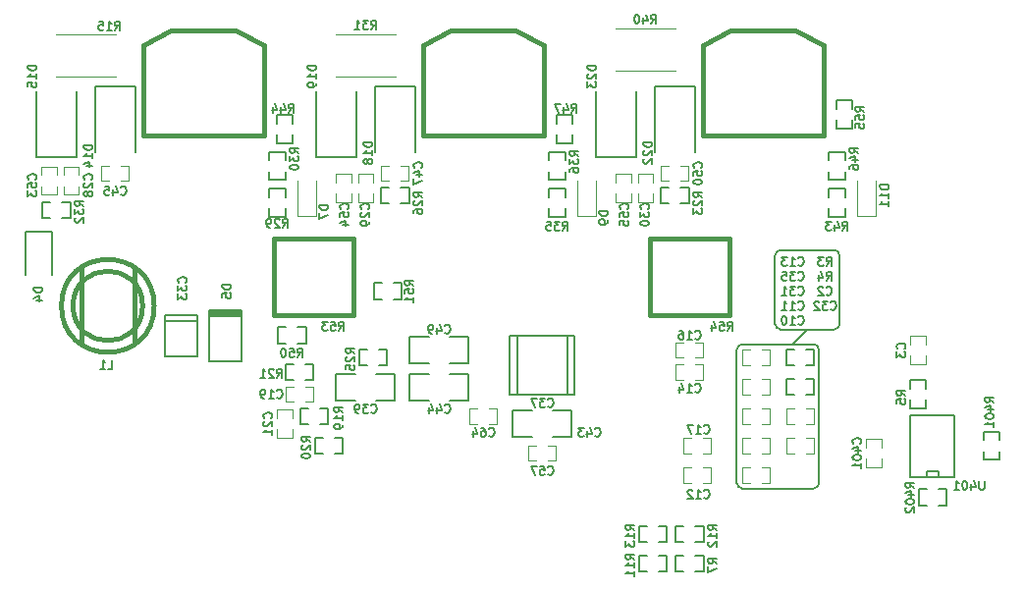
<source format=gbo>
G04 #@! TF.FileFunction,Legend,Bot*
%FSLAX46Y46*%
G04 Gerber Fmt 4.6, Leading zero omitted, Abs format (unit mm)*
G04 Created by KiCad (PCBNEW 4.0.7-e1-6374~58~ubuntu14.04.1) date Fri Aug 18 12:15:01 2017*
%MOMM*%
%LPD*%
G01*
G04 APERTURE LIST*
%ADD10C,0.100000*%
%ADD11C,0.200000*%
%ADD12C,0.119380*%
%ADD13C,0.127000*%
%ADD14C,0.150000*%
%ADD15C,0.120000*%
%ADD16C,0.381000*%
G04 APERTURE END LIST*
D10*
D11*
X106680000Y-64262000D02*
X105410000Y-65532000D01*
X107188000Y-77978000D02*
X101092000Y-77978000D01*
X107188000Y-77978000D02*
G75*
G03X107696000Y-77470000I0J508000D01*
G01*
X107696000Y-66040000D02*
X107696000Y-77470000D01*
X100584000Y-66040000D02*
X100584000Y-77470000D01*
X107188000Y-65532000D02*
X101092000Y-65532000D01*
X107696000Y-66040000D02*
G75*
G03X107188000Y-65532000I-508000J0D01*
G01*
X100584000Y-77470000D02*
G75*
G03X101092000Y-77978000I508000J0D01*
G01*
X101092000Y-65532000D02*
G75*
G03X100584000Y-66040000I0J-508000D01*
G01*
X108966000Y-57404000D02*
X104394000Y-57404000D01*
X108966000Y-64262000D02*
X104394000Y-64262000D01*
X109474000Y-57912000D02*
X109474000Y-63754000D01*
X109474000Y-57912000D02*
G75*
G03X108966000Y-57404000I-508000J0D01*
G01*
X108966000Y-64262000D02*
G75*
G03X109474000Y-63754000I0J508000D01*
G01*
X103886000Y-57912000D02*
X103886000Y-63754000D01*
X103886000Y-63754000D02*
G75*
G03X104394000Y-64262000I508000J0D01*
G01*
X104394000Y-57404000D02*
G75*
G03X103886000Y-57912000I0J-508000D01*
G01*
D12*
X83319620Y-75580240D02*
X82621120Y-75580240D01*
X84320380Y-75580240D02*
X85018880Y-75580240D01*
X83319620Y-74279760D02*
X82621120Y-74279760D01*
X85018880Y-74279760D02*
X84320380Y-74279760D01*
X82621120Y-74295000D02*
X82621120Y-75565000D01*
X85018880Y-75565000D02*
X85018880Y-74295000D01*
X105544620Y-72405240D02*
X104846120Y-72405240D01*
X106545380Y-72405240D02*
X107243880Y-72405240D01*
X105544620Y-71104760D02*
X104846120Y-71104760D01*
X107243880Y-71104760D02*
X106545380Y-71104760D01*
X104846120Y-71120000D02*
X104846120Y-72390000D01*
X107243880Y-72390000D02*
X107243880Y-71120000D01*
X116855240Y-66540380D02*
X116855240Y-67238880D01*
X116855240Y-65539620D02*
X116855240Y-64841120D01*
X115554760Y-66540380D02*
X115554760Y-67238880D01*
X115554760Y-64841120D02*
X115554760Y-65539620D01*
X115570000Y-67238880D02*
X116840000Y-67238880D01*
X116840000Y-64841120D02*
X115570000Y-64841120D01*
X102735380Y-76184760D02*
X103433880Y-76184760D01*
X101734620Y-76184760D02*
X101036120Y-76184760D01*
X102735380Y-77485240D02*
X103433880Y-77485240D01*
X101036120Y-77485240D02*
X101734620Y-77485240D01*
X103433880Y-77470000D02*
X103433880Y-76200000D01*
X101036120Y-76200000D02*
X101036120Y-77470000D01*
X102735380Y-73644760D02*
X103433880Y-73644760D01*
X101734620Y-73644760D02*
X101036120Y-73644760D01*
X102735380Y-74945240D02*
X103433880Y-74945240D01*
X101036120Y-74945240D02*
X101734620Y-74945240D01*
X103433880Y-74930000D02*
X103433880Y-73660000D01*
X101036120Y-73660000D02*
X101036120Y-74930000D01*
X96654620Y-77485240D02*
X95956120Y-77485240D01*
X97655380Y-77485240D02*
X98353880Y-77485240D01*
X96654620Y-76184760D02*
X95956120Y-76184760D01*
X98353880Y-76184760D02*
X97655380Y-76184760D01*
X95956120Y-76200000D02*
X95956120Y-77470000D01*
X98353880Y-77470000D02*
X98353880Y-76200000D01*
X102735380Y-66024760D02*
X103433880Y-66024760D01*
X101734620Y-66024760D02*
X101036120Y-66024760D01*
X102735380Y-67325240D02*
X103433880Y-67325240D01*
X101036120Y-67325240D02*
X101734620Y-67325240D01*
X103433880Y-67310000D02*
X103433880Y-66040000D01*
X101036120Y-66040000D02*
X101036120Y-67310000D01*
X96019620Y-68595240D02*
X95321120Y-68595240D01*
X97020380Y-68595240D02*
X97718880Y-68595240D01*
X96019620Y-67294760D02*
X95321120Y-67294760D01*
X97718880Y-67294760D02*
X97020380Y-67294760D01*
X95321120Y-67310000D02*
X95321120Y-68580000D01*
X97718880Y-68580000D02*
X97718880Y-67310000D01*
X97020380Y-65389760D02*
X97718880Y-65389760D01*
X96019620Y-65389760D02*
X95321120Y-65389760D01*
X97020380Y-66690240D02*
X97718880Y-66690240D01*
X95321120Y-66690240D02*
X96019620Y-66690240D01*
X97718880Y-66675000D02*
X97718880Y-65405000D01*
X95321120Y-65405000D02*
X95321120Y-66675000D01*
X97655380Y-73644760D02*
X98353880Y-73644760D01*
X96654620Y-73644760D02*
X95956120Y-73644760D01*
X97655380Y-74945240D02*
X98353880Y-74945240D01*
X95956120Y-74945240D02*
X96654620Y-74945240D01*
X98353880Y-74930000D02*
X98353880Y-73660000D01*
X95956120Y-73660000D02*
X95956120Y-74930000D01*
X63365380Y-69199760D02*
X64063880Y-69199760D01*
X62364620Y-69199760D02*
X61666120Y-69199760D01*
X63365380Y-70500240D02*
X64063880Y-70500240D01*
X61666120Y-70500240D02*
X62364620Y-70500240D01*
X64063880Y-70485000D02*
X64063880Y-69215000D01*
X61666120Y-69215000D02*
X61666120Y-70485000D01*
X62245240Y-72890380D02*
X62245240Y-73588880D01*
X62245240Y-71889620D02*
X62245240Y-71191120D01*
X60944760Y-72890380D02*
X60944760Y-73588880D01*
X60944760Y-71191120D02*
X60944760Y-71889620D01*
X60960000Y-73588880D02*
X62230000Y-73588880D01*
X62230000Y-71191120D02*
X60960000Y-71191120D01*
X43830240Y-51935380D02*
X43830240Y-52633880D01*
X43830240Y-50934620D02*
X43830240Y-50236120D01*
X42529760Y-51935380D02*
X42529760Y-52633880D01*
X42529760Y-50236120D02*
X42529760Y-50934620D01*
X42545000Y-52633880D02*
X43815000Y-52633880D01*
X43815000Y-50236120D02*
X42545000Y-50236120D01*
X69230240Y-52570380D02*
X69230240Y-53268880D01*
X69230240Y-51569620D02*
X69230240Y-50871120D01*
X67929760Y-52570380D02*
X67929760Y-53268880D01*
X67929760Y-50871120D02*
X67929760Y-51569620D01*
X67945000Y-53268880D02*
X69215000Y-53268880D01*
X69215000Y-50871120D02*
X67945000Y-50871120D01*
X93360240Y-52570380D02*
X93360240Y-53268880D01*
X93360240Y-51569620D02*
X93360240Y-50871120D01*
X92059760Y-52570380D02*
X92059760Y-53268880D01*
X92059760Y-50871120D02*
X92059760Y-51569620D01*
X92075000Y-53268880D02*
X93345000Y-53268880D01*
X93345000Y-50871120D02*
X92075000Y-50871120D01*
X102735380Y-71104760D02*
X103433880Y-71104760D01*
X101734620Y-71104760D02*
X101036120Y-71104760D01*
X102735380Y-72405240D02*
X103433880Y-72405240D01*
X101036120Y-72405240D02*
X101734620Y-72405240D01*
X103433880Y-72390000D02*
X103433880Y-71120000D01*
X101036120Y-71120000D02*
X101036120Y-72390000D01*
X106545380Y-73644760D02*
X107243880Y-73644760D01*
X105544620Y-73644760D02*
X104846120Y-73644760D01*
X106545380Y-74945240D02*
X107243880Y-74945240D01*
X104846120Y-74945240D02*
X105544620Y-74945240D01*
X107243880Y-74930000D02*
X107243880Y-73660000D01*
X104846120Y-73660000D02*
X104846120Y-74930000D01*
D13*
X54102000Y-63563500D02*
X51308000Y-63563500D01*
X54102000Y-62992000D02*
X54102000Y-66548000D01*
X54102000Y-66548000D02*
X51308000Y-66548000D01*
X51308000Y-66548000D02*
X51308000Y-62992000D01*
X51308000Y-62992000D02*
X54102000Y-62992000D01*
D12*
X102735380Y-68564760D02*
X103433880Y-68564760D01*
X101734620Y-68564760D02*
X101036120Y-68564760D01*
X102735380Y-69865240D02*
X103433880Y-69865240D01*
X101036120Y-69865240D02*
X101734620Y-69865240D01*
X103433880Y-69850000D02*
X103433880Y-68580000D01*
X101036120Y-68580000D02*
X101036120Y-69850000D01*
D13*
X85979000Y-69850000D02*
X85979000Y-64770000D01*
X81661000Y-69850000D02*
X81661000Y-64770000D01*
X81026000Y-69850000D02*
X86614000Y-69850000D01*
X86614000Y-69850000D02*
X86614000Y-64770000D01*
X86614000Y-64770000D02*
X81026000Y-64770000D01*
X81026000Y-64770000D02*
X81026000Y-69850000D01*
X71120000Y-68072000D02*
X71120000Y-70358000D01*
X71120000Y-70358000D02*
X69469000Y-70358000D01*
X67691000Y-68072000D02*
X66040000Y-68072000D01*
X66040000Y-68072000D02*
X66040000Y-70358000D01*
X66040000Y-70358000D02*
X67691000Y-70358000D01*
X69469000Y-68072000D02*
X71120000Y-68072000D01*
X81280000Y-73533000D02*
X81280000Y-71247000D01*
X81280000Y-71247000D02*
X82931000Y-71247000D01*
X84709000Y-73533000D02*
X86360000Y-73533000D01*
X86360000Y-73533000D02*
X86360000Y-71247000D01*
X86360000Y-71247000D02*
X84709000Y-71247000D01*
X82931000Y-73533000D02*
X81280000Y-73533000D01*
X77470000Y-68072000D02*
X77470000Y-70358000D01*
X77470000Y-70358000D02*
X75819000Y-70358000D01*
X74041000Y-68072000D02*
X72390000Y-68072000D01*
X72390000Y-68072000D02*
X72390000Y-70358000D01*
X72390000Y-70358000D02*
X74041000Y-70358000D01*
X75819000Y-68072000D02*
X77470000Y-68072000D01*
D12*
X47490380Y-50149760D02*
X48188880Y-50149760D01*
X46489620Y-50149760D02*
X45791120Y-50149760D01*
X47490380Y-51450240D02*
X48188880Y-51450240D01*
X45791120Y-51450240D02*
X46489620Y-51450240D01*
X48188880Y-51435000D02*
X48188880Y-50165000D01*
X45791120Y-50165000D02*
X45791120Y-51435000D01*
X71620380Y-50149760D02*
X72318880Y-50149760D01*
X70619620Y-50149760D02*
X69921120Y-50149760D01*
X71620380Y-51450240D02*
X72318880Y-51450240D01*
X69921120Y-51450240D02*
X70619620Y-51450240D01*
X72318880Y-51435000D02*
X72318880Y-50165000D01*
X69921120Y-50165000D02*
X69921120Y-51435000D01*
D13*
X77470000Y-64897000D02*
X77470000Y-67183000D01*
X77470000Y-67183000D02*
X75819000Y-67183000D01*
X74041000Y-64897000D02*
X72390000Y-64897000D01*
X72390000Y-64897000D02*
X72390000Y-67183000D01*
X72390000Y-67183000D02*
X74041000Y-67183000D01*
X75819000Y-64897000D02*
X77470000Y-64897000D01*
D12*
X95750380Y-50149760D02*
X96448880Y-50149760D01*
X94749620Y-50149760D02*
X94051120Y-50149760D01*
X95750380Y-51450240D02*
X96448880Y-51450240D01*
X94051120Y-51450240D02*
X94749620Y-51450240D01*
X96448880Y-51435000D02*
X96448880Y-50165000D01*
X94051120Y-50165000D02*
X94051120Y-51435000D01*
X41925240Y-51935380D02*
X41925240Y-52633880D01*
X41925240Y-50934620D02*
X41925240Y-50236120D01*
X40624760Y-51935380D02*
X40624760Y-52633880D01*
X40624760Y-50236120D02*
X40624760Y-50934620D01*
X40640000Y-52633880D02*
X41910000Y-52633880D01*
X41910000Y-50236120D02*
X40640000Y-50236120D01*
X67325240Y-52570380D02*
X67325240Y-53268880D01*
X67325240Y-51569620D02*
X67325240Y-50871120D01*
X66024760Y-52570380D02*
X66024760Y-53268880D01*
X66024760Y-50871120D02*
X66024760Y-51569620D01*
X66040000Y-53268880D02*
X67310000Y-53268880D01*
X67310000Y-50871120D02*
X66040000Y-50871120D01*
X91455240Y-52570380D02*
X91455240Y-53268880D01*
X91455240Y-51569620D02*
X91455240Y-50871120D01*
X90154760Y-52570380D02*
X90154760Y-53268880D01*
X90154760Y-50871120D02*
X90154760Y-51569620D01*
X90170000Y-53268880D02*
X91440000Y-53268880D01*
X91440000Y-50871120D02*
X90170000Y-50871120D01*
X113045240Y-75430380D02*
X113045240Y-76128880D01*
X113045240Y-74429620D02*
X113045240Y-73731120D01*
X111744760Y-75430380D02*
X111744760Y-76128880D01*
X111744760Y-73731120D02*
X111744760Y-74429620D01*
X111760000Y-76128880D02*
X113030000Y-76128880D01*
X113030000Y-73731120D02*
X111760000Y-73731120D01*
D14*
X39236000Y-59562000D02*
X39236000Y-55812000D01*
X39236000Y-55812000D02*
X41536000Y-55812000D01*
X41536000Y-55812000D02*
X41536000Y-59562000D01*
D13*
X55115460Y-62669420D02*
X57914540Y-62669420D01*
X57914540Y-62771020D02*
X55115460Y-62771020D01*
X55115460Y-62870080D02*
X57914540Y-62870080D01*
X57914540Y-62969140D02*
X55115460Y-62969140D01*
X57914540Y-63070740D02*
X55115460Y-63070740D01*
X57914540Y-62570360D02*
X57914540Y-66969640D01*
X57914540Y-66969640D02*
X55115460Y-66969640D01*
X55115460Y-66969640D02*
X55115460Y-62570360D01*
X55115460Y-62570360D02*
X57914540Y-62570360D01*
D15*
X62700000Y-51455000D02*
X62700000Y-54505000D01*
X62700000Y-54505000D02*
X64300000Y-54505000D01*
X64300000Y-54505000D02*
X64300000Y-51455000D01*
X86830000Y-51455000D02*
X86830000Y-54505000D01*
X86830000Y-54505000D02*
X88430000Y-54505000D01*
X88430000Y-54505000D02*
X88430000Y-51455000D01*
X110960000Y-51455000D02*
X110960000Y-54505000D01*
X110960000Y-54505000D02*
X112560000Y-54505000D01*
X112560000Y-54505000D02*
X112560000Y-51455000D01*
D14*
X45275500Y-48958500D02*
X45275500Y-43307000D01*
X45275500Y-43307000D02*
X48704500Y-43307000D01*
X48704500Y-43307000D02*
X48704500Y-48958500D01*
X43624500Y-43751500D02*
X43624500Y-49403000D01*
X43624500Y-49403000D02*
X40195500Y-49403000D01*
X40195500Y-49403000D02*
X40195500Y-43751500D01*
X69405500Y-48958500D02*
X69405500Y-43307000D01*
X69405500Y-43307000D02*
X72834500Y-43307000D01*
X72834500Y-43307000D02*
X72834500Y-48958500D01*
X67754500Y-43751500D02*
X67754500Y-49403000D01*
X67754500Y-49403000D02*
X64325500Y-49403000D01*
X64325500Y-49403000D02*
X64325500Y-43751500D01*
X93535500Y-48958500D02*
X93535500Y-43307000D01*
X93535500Y-43307000D02*
X96964500Y-43307000D01*
X96964500Y-43307000D02*
X96964500Y-48958500D01*
X91884500Y-43751500D02*
X91884500Y-49403000D01*
X91884500Y-49403000D02*
X88455500Y-49403000D01*
X88455500Y-49403000D02*
X88455500Y-43751500D01*
D16*
X49354740Y-62230000D02*
G75*
G03X49354740Y-62230000I-2999740J0D01*
G01*
X48656240Y-59029600D02*
X48656240Y-65430400D01*
X44053760Y-65430400D02*
X44053760Y-59029600D01*
X50355500Y-62230000D02*
G75*
G03X50355500Y-62230000I-4000500J0D01*
G01*
X49410620Y-47558960D02*
X59809380Y-47558960D01*
X59809380Y-47558960D02*
X59809380Y-39761160D01*
X59809380Y-39761160D02*
X57409080Y-38460680D01*
X57409080Y-38460680D02*
X51810920Y-38460680D01*
X51810920Y-38460680D02*
X49410620Y-39761160D01*
X49410620Y-39761160D02*
X49410620Y-47558960D01*
X73540620Y-47558960D02*
X83939380Y-47558960D01*
X83939380Y-47558960D02*
X83939380Y-39761160D01*
X83939380Y-39761160D02*
X81539080Y-38460680D01*
X81539080Y-38460680D02*
X75940920Y-38460680D01*
X75940920Y-38460680D02*
X73540620Y-39761160D01*
X73540620Y-39761160D02*
X73540620Y-47558960D01*
X97670620Y-47558960D02*
X108069380Y-47558960D01*
X108069380Y-47558960D02*
X108069380Y-39761160D01*
X108069380Y-39761160D02*
X105669080Y-38460680D01*
X105669080Y-38460680D02*
X100070920Y-38460680D01*
X100070920Y-38460680D02*
X97670620Y-39761160D01*
X97670620Y-39761160D02*
X97670620Y-47558960D01*
D13*
X106545380Y-65976500D02*
X107251500Y-65976500D01*
X107251500Y-65976500D02*
X107251500Y-67373500D01*
X107251500Y-67373500D02*
X106545380Y-67373500D01*
X104838500Y-65976500D02*
X105544620Y-65976500D01*
X104838500Y-65976500D02*
X104838500Y-67373500D01*
X104838500Y-67373500D02*
X105544620Y-67373500D01*
X106545380Y-68516500D02*
X107251500Y-68516500D01*
X107251500Y-68516500D02*
X107251500Y-69913500D01*
X107251500Y-69913500D02*
X106545380Y-69913500D01*
X104838500Y-68516500D02*
X105544620Y-68516500D01*
X104838500Y-68516500D02*
X104838500Y-69913500D01*
X104838500Y-69913500D02*
X105544620Y-69913500D01*
X116903500Y-70350380D02*
X116903500Y-71056500D01*
X116903500Y-71056500D02*
X115506500Y-71056500D01*
X115506500Y-71056500D02*
X115506500Y-70350380D01*
X116903500Y-68643500D02*
X116903500Y-69349620D01*
X116903500Y-68643500D02*
X115506500Y-68643500D01*
X115506500Y-68643500D02*
X115506500Y-69349620D01*
X97020380Y-83756500D02*
X97726500Y-83756500D01*
X97726500Y-83756500D02*
X97726500Y-85153500D01*
X97726500Y-85153500D02*
X97020380Y-85153500D01*
X95313500Y-83756500D02*
X96019620Y-83756500D01*
X95313500Y-83756500D02*
X95313500Y-85153500D01*
X95313500Y-85153500D02*
X96019620Y-85153500D01*
X93845380Y-83756500D02*
X94551500Y-83756500D01*
X94551500Y-83756500D02*
X94551500Y-85153500D01*
X94551500Y-85153500D02*
X93845380Y-85153500D01*
X92138500Y-83756500D02*
X92844620Y-83756500D01*
X92138500Y-83756500D02*
X92138500Y-85153500D01*
X92138500Y-85153500D02*
X92844620Y-85153500D01*
X97020380Y-81216500D02*
X97726500Y-81216500D01*
X97726500Y-81216500D02*
X97726500Y-82613500D01*
X97726500Y-82613500D02*
X97020380Y-82613500D01*
X95313500Y-81216500D02*
X96019620Y-81216500D01*
X95313500Y-81216500D02*
X95313500Y-82613500D01*
X95313500Y-82613500D02*
X96019620Y-82613500D01*
X93845380Y-81216500D02*
X94551500Y-81216500D01*
X94551500Y-81216500D02*
X94551500Y-82613500D01*
X94551500Y-82613500D02*
X93845380Y-82613500D01*
X92138500Y-81216500D02*
X92844620Y-81216500D01*
X92138500Y-81216500D02*
X92138500Y-82613500D01*
X92138500Y-82613500D02*
X92844620Y-82613500D01*
D15*
X41850000Y-42460000D02*
X47050000Y-42460000D01*
X47050000Y-38820000D02*
X41850000Y-38820000D01*
D13*
X63634620Y-72453500D02*
X62928500Y-72453500D01*
X62928500Y-72453500D02*
X62928500Y-71056500D01*
X62928500Y-71056500D02*
X63634620Y-71056500D01*
X65341500Y-72453500D02*
X64635380Y-72453500D01*
X65341500Y-72453500D02*
X65341500Y-71056500D01*
X65341500Y-71056500D02*
X64635380Y-71056500D01*
X65905380Y-73596500D02*
X66611500Y-73596500D01*
X66611500Y-73596500D02*
X66611500Y-74993500D01*
X66611500Y-74993500D02*
X65905380Y-74993500D01*
X64198500Y-73596500D02*
X64904620Y-73596500D01*
X64198500Y-73596500D02*
X64198500Y-74993500D01*
X64198500Y-74993500D02*
X64904620Y-74993500D01*
X62364620Y-68643500D02*
X61658500Y-68643500D01*
X61658500Y-68643500D02*
X61658500Y-67246500D01*
X61658500Y-67246500D02*
X62364620Y-67246500D01*
X64071500Y-68643500D02*
X63365380Y-68643500D01*
X64071500Y-68643500D02*
X64071500Y-67246500D01*
X64071500Y-67246500D02*
X63365380Y-67246500D01*
X94749620Y-53403500D02*
X94043500Y-53403500D01*
X94043500Y-53403500D02*
X94043500Y-52006500D01*
X94043500Y-52006500D02*
X94749620Y-52006500D01*
X96456500Y-53403500D02*
X95750380Y-53403500D01*
X96456500Y-53403500D02*
X96456500Y-52006500D01*
X96456500Y-52006500D02*
X95750380Y-52006500D01*
X69715380Y-65976500D02*
X70421500Y-65976500D01*
X70421500Y-65976500D02*
X70421500Y-67373500D01*
X70421500Y-67373500D02*
X69715380Y-67373500D01*
X68008500Y-65976500D02*
X68714620Y-65976500D01*
X68008500Y-65976500D02*
X68008500Y-67373500D01*
X68008500Y-67373500D02*
X68714620Y-67373500D01*
X70619620Y-53403500D02*
X69913500Y-53403500D01*
X69913500Y-53403500D02*
X69913500Y-52006500D01*
X69913500Y-52006500D02*
X70619620Y-52006500D01*
X72326500Y-53403500D02*
X71620380Y-53403500D01*
X72326500Y-53403500D02*
X72326500Y-52006500D01*
X72326500Y-52006500D02*
X71620380Y-52006500D01*
X60261500Y-52839620D02*
X60261500Y-52133500D01*
X60261500Y-52133500D02*
X61658500Y-52133500D01*
X61658500Y-52133500D02*
X61658500Y-52839620D01*
X60261500Y-54546500D02*
X60261500Y-53840380D01*
X60261500Y-54546500D02*
X61658500Y-54546500D01*
X61658500Y-54546500D02*
X61658500Y-53840380D01*
X60261500Y-49664620D02*
X60261500Y-48958500D01*
X60261500Y-48958500D02*
X61658500Y-48958500D01*
X61658500Y-48958500D02*
X61658500Y-49664620D01*
X60261500Y-51371500D02*
X60261500Y-50665380D01*
X60261500Y-51371500D02*
X61658500Y-51371500D01*
X61658500Y-51371500D02*
X61658500Y-50665380D01*
D15*
X65980000Y-42460000D02*
X71180000Y-42460000D01*
X71180000Y-38820000D02*
X65980000Y-38820000D01*
D13*
X41409620Y-54673500D02*
X40703500Y-54673500D01*
X40703500Y-54673500D02*
X40703500Y-53276500D01*
X40703500Y-53276500D02*
X41409620Y-53276500D01*
X43116500Y-54673500D02*
X42410380Y-54673500D01*
X43116500Y-54673500D02*
X43116500Y-53276500D01*
X43116500Y-53276500D02*
X42410380Y-53276500D01*
X84391500Y-52839620D02*
X84391500Y-52133500D01*
X84391500Y-52133500D02*
X85788500Y-52133500D01*
X85788500Y-52133500D02*
X85788500Y-52839620D01*
X84391500Y-54546500D02*
X84391500Y-53840380D01*
X84391500Y-54546500D02*
X85788500Y-54546500D01*
X85788500Y-54546500D02*
X85788500Y-53840380D01*
X85788500Y-50665380D02*
X85788500Y-51371500D01*
X85788500Y-51371500D02*
X84391500Y-51371500D01*
X84391500Y-51371500D02*
X84391500Y-50665380D01*
X85788500Y-48958500D02*
X85788500Y-49664620D01*
X85788500Y-48958500D02*
X84391500Y-48958500D01*
X84391500Y-48958500D02*
X84391500Y-49664620D01*
D15*
X90110000Y-41952000D02*
X95310000Y-41952000D01*
X95310000Y-38312000D02*
X90110000Y-38312000D01*
D13*
X108521500Y-52839620D02*
X108521500Y-52133500D01*
X108521500Y-52133500D02*
X109918500Y-52133500D01*
X109918500Y-52133500D02*
X109918500Y-52839620D01*
X108521500Y-54546500D02*
X108521500Y-53840380D01*
X108521500Y-54546500D02*
X109918500Y-54546500D01*
X109918500Y-54546500D02*
X109918500Y-53840380D01*
X108521500Y-49664620D02*
X108521500Y-48958500D01*
X108521500Y-48958500D02*
X109918500Y-48958500D01*
X109918500Y-48958500D02*
X109918500Y-49664620D01*
X108521500Y-51371500D02*
X108521500Y-50665380D01*
X108521500Y-51371500D02*
X109918500Y-51371500D01*
X109918500Y-51371500D02*
X109918500Y-50665380D01*
X61729620Y-65468500D02*
X61023500Y-65468500D01*
X61023500Y-65468500D02*
X61023500Y-64071500D01*
X61023500Y-64071500D02*
X61729620Y-64071500D01*
X63436500Y-65468500D02*
X62730380Y-65468500D01*
X63436500Y-65468500D02*
X63436500Y-64071500D01*
X63436500Y-64071500D02*
X62730380Y-64071500D01*
X69984620Y-61658500D02*
X69278500Y-61658500D01*
X69278500Y-61658500D02*
X69278500Y-60261500D01*
X69278500Y-60261500D02*
X69984620Y-60261500D01*
X71691500Y-61658500D02*
X70985380Y-61658500D01*
X71691500Y-61658500D02*
X71691500Y-60261500D01*
X71691500Y-60261500D02*
X70985380Y-60261500D01*
D16*
X60706000Y-62992000D02*
X60706000Y-56388000D01*
X60706000Y-56388000D02*
X67564000Y-56388000D01*
X67564000Y-56388000D02*
X67564000Y-62992000D01*
X67564000Y-62992000D02*
X60706000Y-62992000D01*
X93091000Y-62992000D02*
X93091000Y-56388000D01*
X93091000Y-56388000D02*
X99949000Y-56388000D01*
X99949000Y-56388000D02*
X99949000Y-62992000D01*
X99949000Y-62992000D02*
X93091000Y-62992000D01*
D13*
X123253500Y-74795380D02*
X123253500Y-75501500D01*
X123253500Y-75501500D02*
X121856500Y-75501500D01*
X121856500Y-75501500D02*
X121856500Y-74795380D01*
X123253500Y-73088500D02*
X123253500Y-73794620D01*
X123253500Y-73088500D02*
X121856500Y-73088500D01*
X121856500Y-73088500D02*
X121856500Y-73794620D01*
X117975380Y-78041500D02*
X118681500Y-78041500D01*
X118681500Y-78041500D02*
X118681500Y-79438500D01*
X118681500Y-79438500D02*
X117975380Y-79438500D01*
X116268500Y-78041500D02*
X116974620Y-78041500D01*
X116268500Y-78041500D02*
X116268500Y-79438500D01*
X116268500Y-79438500D02*
X116974620Y-79438500D01*
X115697000Y-76962000D02*
X115570000Y-76962000D01*
X115570000Y-76962000D02*
X115570000Y-71628000D01*
X119380000Y-71628000D02*
X119380000Y-76962000D01*
X119380000Y-76962000D02*
X115697000Y-76962000D01*
X117983000Y-76962000D02*
X117983000Y-76454000D01*
X117983000Y-76454000D02*
X116967000Y-76454000D01*
X116967000Y-76454000D02*
X116967000Y-76962000D01*
X119380000Y-71628000D02*
X115570000Y-71628000D01*
X62293500Y-47490380D02*
X62293500Y-48196500D01*
X62293500Y-48196500D02*
X60896500Y-48196500D01*
X60896500Y-48196500D02*
X60896500Y-47490380D01*
X62293500Y-45783500D02*
X62293500Y-46489620D01*
X62293500Y-45783500D02*
X60896500Y-45783500D01*
X60896500Y-45783500D02*
X60896500Y-46489620D01*
X86423500Y-47490380D02*
X86423500Y-48196500D01*
X86423500Y-48196500D02*
X85026500Y-48196500D01*
X85026500Y-48196500D02*
X85026500Y-47490380D01*
X86423500Y-45783500D02*
X86423500Y-46489620D01*
X86423500Y-45783500D02*
X85026500Y-45783500D01*
X85026500Y-45783500D02*
X85026500Y-46489620D01*
X110553500Y-46220380D02*
X110553500Y-46926500D01*
X110553500Y-46926500D02*
X109156500Y-46926500D01*
X109156500Y-46926500D02*
X109156500Y-46220380D01*
X110553500Y-44513500D02*
X110553500Y-45219620D01*
X110553500Y-44513500D02*
X109156500Y-44513500D01*
X109156500Y-44513500D02*
X109156500Y-45219620D01*
D12*
X79240380Y-71104760D02*
X79938880Y-71104760D01*
X78239620Y-71104760D02*
X77541120Y-71104760D01*
X79240380Y-72405240D02*
X79938880Y-72405240D01*
X77541120Y-72405240D02*
X78239620Y-72405240D01*
X79938880Y-72390000D02*
X79938880Y-71120000D01*
X77541120Y-71120000D02*
X77541120Y-72390000D01*
D14*
X84302143Y-76721857D02*
X84337857Y-76757571D01*
X84445000Y-76793286D01*
X84516429Y-76793286D01*
X84623572Y-76757571D01*
X84695000Y-76686143D01*
X84730715Y-76614714D01*
X84766429Y-76471857D01*
X84766429Y-76364714D01*
X84730715Y-76221857D01*
X84695000Y-76150429D01*
X84623572Y-76079000D01*
X84516429Y-76043286D01*
X84445000Y-76043286D01*
X84337857Y-76079000D01*
X84302143Y-76114714D01*
X83623572Y-76043286D02*
X83980715Y-76043286D01*
X84016429Y-76400429D01*
X83980715Y-76364714D01*
X83909286Y-76329000D01*
X83730715Y-76329000D01*
X83659286Y-76364714D01*
X83623572Y-76400429D01*
X83587857Y-76471857D01*
X83587857Y-76650429D01*
X83623572Y-76721857D01*
X83659286Y-76757571D01*
X83730715Y-76793286D01*
X83909286Y-76793286D01*
X83980715Y-76757571D01*
X84016429Y-76721857D01*
X83337857Y-76043286D02*
X82837857Y-76043286D01*
X83159286Y-76793286D01*
X108329000Y-61227857D02*
X108364714Y-61263571D01*
X108471857Y-61299286D01*
X108543286Y-61299286D01*
X108650429Y-61263571D01*
X108721857Y-61192143D01*
X108757572Y-61120714D01*
X108793286Y-60977857D01*
X108793286Y-60870714D01*
X108757572Y-60727857D01*
X108721857Y-60656429D01*
X108650429Y-60585000D01*
X108543286Y-60549286D01*
X108471857Y-60549286D01*
X108364714Y-60585000D01*
X108329000Y-60620714D01*
X108043286Y-60620714D02*
X108007572Y-60585000D01*
X107936143Y-60549286D01*
X107757572Y-60549286D01*
X107686143Y-60585000D01*
X107650429Y-60620714D01*
X107614714Y-60692143D01*
X107614714Y-60763571D01*
X107650429Y-60870714D01*
X108079000Y-61299286D01*
X107614714Y-61299286D01*
X115075857Y-65915000D02*
X115111571Y-65879286D01*
X115147286Y-65772143D01*
X115147286Y-65700714D01*
X115111571Y-65593571D01*
X115040143Y-65522143D01*
X114968714Y-65486428D01*
X114825857Y-65450714D01*
X114718714Y-65450714D01*
X114575857Y-65486428D01*
X114504429Y-65522143D01*
X114433000Y-65593571D01*
X114397286Y-65700714D01*
X114397286Y-65772143D01*
X114433000Y-65879286D01*
X114468714Y-65915000D01*
X114397286Y-66165000D02*
X114397286Y-66629286D01*
X114683000Y-66379286D01*
X114683000Y-66486428D01*
X114718714Y-66557857D01*
X114754429Y-66593571D01*
X114825857Y-66629286D01*
X115004429Y-66629286D01*
X115075857Y-66593571D01*
X115111571Y-66557857D01*
X115147286Y-66486428D01*
X115147286Y-66272143D01*
X115111571Y-66200714D01*
X115075857Y-66165000D01*
X105892143Y-63767857D02*
X105927857Y-63803571D01*
X106035000Y-63839286D01*
X106106429Y-63839286D01*
X106213572Y-63803571D01*
X106285000Y-63732143D01*
X106320715Y-63660714D01*
X106356429Y-63517857D01*
X106356429Y-63410714D01*
X106320715Y-63267857D01*
X106285000Y-63196429D01*
X106213572Y-63125000D01*
X106106429Y-63089286D01*
X106035000Y-63089286D01*
X105927857Y-63125000D01*
X105892143Y-63160714D01*
X105177857Y-63839286D02*
X105606429Y-63839286D01*
X105392143Y-63839286D02*
X105392143Y-63089286D01*
X105463572Y-63196429D01*
X105535000Y-63267857D01*
X105606429Y-63303571D01*
X104713571Y-63089286D02*
X104642143Y-63089286D01*
X104570714Y-63125000D01*
X104535000Y-63160714D01*
X104499286Y-63232143D01*
X104463571Y-63375000D01*
X104463571Y-63553571D01*
X104499286Y-63696429D01*
X104535000Y-63767857D01*
X104570714Y-63803571D01*
X104642143Y-63839286D01*
X104713571Y-63839286D01*
X104785000Y-63803571D01*
X104820714Y-63767857D01*
X104856429Y-63696429D01*
X104892143Y-63553571D01*
X104892143Y-63375000D01*
X104856429Y-63232143D01*
X104820714Y-63160714D01*
X104785000Y-63125000D01*
X104713571Y-63089286D01*
X105892143Y-62497857D02*
X105927857Y-62533571D01*
X106035000Y-62569286D01*
X106106429Y-62569286D01*
X106213572Y-62533571D01*
X106285000Y-62462143D01*
X106320715Y-62390714D01*
X106356429Y-62247857D01*
X106356429Y-62140714D01*
X106320715Y-61997857D01*
X106285000Y-61926429D01*
X106213572Y-61855000D01*
X106106429Y-61819286D01*
X106035000Y-61819286D01*
X105927857Y-61855000D01*
X105892143Y-61890714D01*
X105177857Y-62569286D02*
X105606429Y-62569286D01*
X105392143Y-62569286D02*
X105392143Y-61819286D01*
X105463572Y-61926429D01*
X105535000Y-61997857D01*
X105606429Y-62033571D01*
X104463571Y-62569286D02*
X104892143Y-62569286D01*
X104677857Y-62569286D02*
X104677857Y-61819286D01*
X104749286Y-61926429D01*
X104820714Y-61997857D01*
X104892143Y-62033571D01*
X97764143Y-78753857D02*
X97799857Y-78789571D01*
X97907000Y-78825286D01*
X97978429Y-78825286D01*
X98085572Y-78789571D01*
X98157000Y-78718143D01*
X98192715Y-78646714D01*
X98228429Y-78503857D01*
X98228429Y-78396714D01*
X98192715Y-78253857D01*
X98157000Y-78182429D01*
X98085572Y-78111000D01*
X97978429Y-78075286D01*
X97907000Y-78075286D01*
X97799857Y-78111000D01*
X97764143Y-78146714D01*
X97049857Y-78825286D02*
X97478429Y-78825286D01*
X97264143Y-78825286D02*
X97264143Y-78075286D01*
X97335572Y-78182429D01*
X97407000Y-78253857D01*
X97478429Y-78289571D01*
X96764143Y-78146714D02*
X96728429Y-78111000D01*
X96657000Y-78075286D01*
X96478429Y-78075286D01*
X96407000Y-78111000D01*
X96371286Y-78146714D01*
X96335571Y-78218143D01*
X96335571Y-78289571D01*
X96371286Y-78396714D01*
X96799857Y-78825286D01*
X96335571Y-78825286D01*
X105892143Y-58687857D02*
X105927857Y-58723571D01*
X106035000Y-58759286D01*
X106106429Y-58759286D01*
X106213572Y-58723571D01*
X106285000Y-58652143D01*
X106320715Y-58580714D01*
X106356429Y-58437857D01*
X106356429Y-58330714D01*
X106320715Y-58187857D01*
X106285000Y-58116429D01*
X106213572Y-58045000D01*
X106106429Y-58009286D01*
X106035000Y-58009286D01*
X105927857Y-58045000D01*
X105892143Y-58080714D01*
X105177857Y-58759286D02*
X105606429Y-58759286D01*
X105392143Y-58759286D02*
X105392143Y-58009286D01*
X105463572Y-58116429D01*
X105535000Y-58187857D01*
X105606429Y-58223571D01*
X104927857Y-58009286D02*
X104463571Y-58009286D01*
X104713571Y-58295000D01*
X104606429Y-58295000D01*
X104535000Y-58330714D01*
X104499286Y-58366429D01*
X104463571Y-58437857D01*
X104463571Y-58616429D01*
X104499286Y-58687857D01*
X104535000Y-58723571D01*
X104606429Y-58759286D01*
X104820714Y-58759286D01*
X104892143Y-58723571D01*
X104927857Y-58687857D01*
X97002143Y-69609857D02*
X97037857Y-69645571D01*
X97145000Y-69681286D01*
X97216429Y-69681286D01*
X97323572Y-69645571D01*
X97395000Y-69574143D01*
X97430715Y-69502714D01*
X97466429Y-69359857D01*
X97466429Y-69252714D01*
X97430715Y-69109857D01*
X97395000Y-69038429D01*
X97323572Y-68967000D01*
X97216429Y-68931286D01*
X97145000Y-68931286D01*
X97037857Y-68967000D01*
X97002143Y-69002714D01*
X96287857Y-69681286D02*
X96716429Y-69681286D01*
X96502143Y-69681286D02*
X96502143Y-68931286D01*
X96573572Y-69038429D01*
X96645000Y-69109857D01*
X96716429Y-69145571D01*
X95645000Y-69181286D02*
X95645000Y-69681286D01*
X95823571Y-68895571D02*
X96002143Y-69431286D01*
X95537857Y-69431286D01*
X97002143Y-65037857D02*
X97037857Y-65073571D01*
X97145000Y-65109286D01*
X97216429Y-65109286D01*
X97323572Y-65073571D01*
X97395000Y-65002143D01*
X97430715Y-64930714D01*
X97466429Y-64787857D01*
X97466429Y-64680714D01*
X97430715Y-64537857D01*
X97395000Y-64466429D01*
X97323572Y-64395000D01*
X97216429Y-64359286D01*
X97145000Y-64359286D01*
X97037857Y-64395000D01*
X97002143Y-64430714D01*
X96287857Y-65109286D02*
X96716429Y-65109286D01*
X96502143Y-65109286D02*
X96502143Y-64359286D01*
X96573572Y-64466429D01*
X96645000Y-64537857D01*
X96716429Y-64573571D01*
X95645000Y-64359286D02*
X95787857Y-64359286D01*
X95859286Y-64395000D01*
X95895000Y-64430714D01*
X95966429Y-64537857D01*
X96002143Y-64680714D01*
X96002143Y-64966429D01*
X95966429Y-65037857D01*
X95930714Y-65073571D01*
X95859286Y-65109286D01*
X95716429Y-65109286D01*
X95645000Y-65073571D01*
X95609286Y-65037857D01*
X95573571Y-64966429D01*
X95573571Y-64787857D01*
X95609286Y-64716429D01*
X95645000Y-64680714D01*
X95716429Y-64645000D01*
X95859286Y-64645000D01*
X95930714Y-64680714D01*
X95966429Y-64716429D01*
X96002143Y-64787857D01*
X97764143Y-73165857D02*
X97799857Y-73201571D01*
X97907000Y-73237286D01*
X97978429Y-73237286D01*
X98085572Y-73201571D01*
X98157000Y-73130143D01*
X98192715Y-73058714D01*
X98228429Y-72915857D01*
X98228429Y-72808714D01*
X98192715Y-72665857D01*
X98157000Y-72594429D01*
X98085572Y-72523000D01*
X97978429Y-72487286D01*
X97907000Y-72487286D01*
X97799857Y-72523000D01*
X97764143Y-72558714D01*
X97049857Y-73237286D02*
X97478429Y-73237286D01*
X97264143Y-73237286D02*
X97264143Y-72487286D01*
X97335572Y-72594429D01*
X97407000Y-72665857D01*
X97478429Y-72701571D01*
X96799857Y-72487286D02*
X96299857Y-72487286D01*
X96621286Y-73237286D01*
X60934143Y-70117857D02*
X60969857Y-70153571D01*
X61077000Y-70189286D01*
X61148429Y-70189286D01*
X61255572Y-70153571D01*
X61327000Y-70082143D01*
X61362715Y-70010714D01*
X61398429Y-69867857D01*
X61398429Y-69760714D01*
X61362715Y-69617857D01*
X61327000Y-69546429D01*
X61255572Y-69475000D01*
X61148429Y-69439286D01*
X61077000Y-69439286D01*
X60969857Y-69475000D01*
X60934143Y-69510714D01*
X60219857Y-70189286D02*
X60648429Y-70189286D01*
X60434143Y-70189286D02*
X60434143Y-69439286D01*
X60505572Y-69546429D01*
X60577000Y-69617857D01*
X60648429Y-69653571D01*
X59862714Y-70189286D02*
X59719857Y-70189286D01*
X59648429Y-70153571D01*
X59612714Y-70117857D01*
X59541286Y-70010714D01*
X59505571Y-69867857D01*
X59505571Y-69582143D01*
X59541286Y-69510714D01*
X59577000Y-69475000D01*
X59648429Y-69439286D01*
X59791286Y-69439286D01*
X59862714Y-69475000D01*
X59898429Y-69510714D01*
X59934143Y-69582143D01*
X59934143Y-69760714D01*
X59898429Y-69832143D01*
X59862714Y-69867857D01*
X59791286Y-69903571D01*
X59648429Y-69903571D01*
X59577000Y-69867857D01*
X59541286Y-69832143D01*
X59505571Y-69760714D01*
X60465857Y-71907857D02*
X60501571Y-71872143D01*
X60537286Y-71765000D01*
X60537286Y-71693571D01*
X60501571Y-71586428D01*
X60430143Y-71515000D01*
X60358714Y-71479285D01*
X60215857Y-71443571D01*
X60108714Y-71443571D01*
X59965857Y-71479285D01*
X59894429Y-71515000D01*
X59823000Y-71586428D01*
X59787286Y-71693571D01*
X59787286Y-71765000D01*
X59823000Y-71872143D01*
X59858714Y-71907857D01*
X59858714Y-72193571D02*
X59823000Y-72229285D01*
X59787286Y-72300714D01*
X59787286Y-72479285D01*
X59823000Y-72550714D01*
X59858714Y-72586428D01*
X59930143Y-72622143D01*
X60001571Y-72622143D01*
X60108714Y-72586428D01*
X60537286Y-72157857D01*
X60537286Y-72622143D01*
X60537286Y-73336429D02*
X60537286Y-72907857D01*
X60537286Y-73122143D02*
X59787286Y-73122143D01*
X59894429Y-73050714D01*
X59965857Y-72979286D01*
X60001571Y-72907857D01*
X44971857Y-51333857D02*
X45007571Y-51298143D01*
X45043286Y-51191000D01*
X45043286Y-51119571D01*
X45007571Y-51012428D01*
X44936143Y-50941000D01*
X44864714Y-50905285D01*
X44721857Y-50869571D01*
X44614714Y-50869571D01*
X44471857Y-50905285D01*
X44400429Y-50941000D01*
X44329000Y-51012428D01*
X44293286Y-51119571D01*
X44293286Y-51191000D01*
X44329000Y-51298143D01*
X44364714Y-51333857D01*
X44364714Y-51619571D02*
X44329000Y-51655285D01*
X44293286Y-51726714D01*
X44293286Y-51905285D01*
X44329000Y-51976714D01*
X44364714Y-52012428D01*
X44436143Y-52048143D01*
X44507571Y-52048143D01*
X44614714Y-52012428D01*
X45043286Y-51583857D01*
X45043286Y-52048143D01*
X44614714Y-52476714D02*
X44579000Y-52405286D01*
X44543286Y-52369571D01*
X44471857Y-52333857D01*
X44436143Y-52333857D01*
X44364714Y-52369571D01*
X44329000Y-52405286D01*
X44293286Y-52476714D01*
X44293286Y-52619571D01*
X44329000Y-52691000D01*
X44364714Y-52726714D01*
X44436143Y-52762429D01*
X44471857Y-52762429D01*
X44543286Y-52726714D01*
X44579000Y-52691000D01*
X44614714Y-52619571D01*
X44614714Y-52476714D01*
X44650429Y-52405286D01*
X44686143Y-52369571D01*
X44757571Y-52333857D01*
X44900429Y-52333857D01*
X44971857Y-52369571D01*
X45007571Y-52405286D01*
X45043286Y-52476714D01*
X45043286Y-52619571D01*
X45007571Y-52691000D01*
X44971857Y-52726714D01*
X44900429Y-52762429D01*
X44757571Y-52762429D01*
X44686143Y-52726714D01*
X44650429Y-52691000D01*
X44614714Y-52619571D01*
X68847857Y-53873857D02*
X68883571Y-53838143D01*
X68919286Y-53731000D01*
X68919286Y-53659571D01*
X68883571Y-53552428D01*
X68812143Y-53481000D01*
X68740714Y-53445285D01*
X68597857Y-53409571D01*
X68490714Y-53409571D01*
X68347857Y-53445285D01*
X68276429Y-53481000D01*
X68205000Y-53552428D01*
X68169286Y-53659571D01*
X68169286Y-53731000D01*
X68205000Y-53838143D01*
X68240714Y-53873857D01*
X68240714Y-54159571D02*
X68205000Y-54195285D01*
X68169286Y-54266714D01*
X68169286Y-54445285D01*
X68205000Y-54516714D01*
X68240714Y-54552428D01*
X68312143Y-54588143D01*
X68383571Y-54588143D01*
X68490714Y-54552428D01*
X68919286Y-54123857D01*
X68919286Y-54588143D01*
X68919286Y-54945286D02*
X68919286Y-55088143D01*
X68883571Y-55159571D01*
X68847857Y-55195286D01*
X68740714Y-55266714D01*
X68597857Y-55302429D01*
X68312143Y-55302429D01*
X68240714Y-55266714D01*
X68205000Y-55231000D01*
X68169286Y-55159571D01*
X68169286Y-55016714D01*
X68205000Y-54945286D01*
X68240714Y-54909571D01*
X68312143Y-54873857D01*
X68490714Y-54873857D01*
X68562143Y-54909571D01*
X68597857Y-54945286D01*
X68633571Y-55016714D01*
X68633571Y-55159571D01*
X68597857Y-55231000D01*
X68562143Y-55266714D01*
X68490714Y-55302429D01*
X92977857Y-53873857D02*
X93013571Y-53838143D01*
X93049286Y-53731000D01*
X93049286Y-53659571D01*
X93013571Y-53552428D01*
X92942143Y-53481000D01*
X92870714Y-53445285D01*
X92727857Y-53409571D01*
X92620714Y-53409571D01*
X92477857Y-53445285D01*
X92406429Y-53481000D01*
X92335000Y-53552428D01*
X92299286Y-53659571D01*
X92299286Y-53731000D01*
X92335000Y-53838143D01*
X92370714Y-53873857D01*
X92299286Y-54123857D02*
X92299286Y-54588143D01*
X92585000Y-54338143D01*
X92585000Y-54445285D01*
X92620714Y-54516714D01*
X92656429Y-54552428D01*
X92727857Y-54588143D01*
X92906429Y-54588143D01*
X92977857Y-54552428D01*
X93013571Y-54516714D01*
X93049286Y-54445285D01*
X93049286Y-54231000D01*
X93013571Y-54159571D01*
X92977857Y-54123857D01*
X92299286Y-55052429D02*
X92299286Y-55123857D01*
X92335000Y-55195286D01*
X92370714Y-55231000D01*
X92442143Y-55266714D01*
X92585000Y-55302429D01*
X92763571Y-55302429D01*
X92906429Y-55266714D01*
X92977857Y-55231000D01*
X93013571Y-55195286D01*
X93049286Y-55123857D01*
X93049286Y-55052429D01*
X93013571Y-54981000D01*
X92977857Y-54945286D01*
X92906429Y-54909571D01*
X92763571Y-54873857D01*
X92585000Y-54873857D01*
X92442143Y-54909571D01*
X92370714Y-54945286D01*
X92335000Y-54981000D01*
X92299286Y-55052429D01*
X105892143Y-61227857D02*
X105927857Y-61263571D01*
X106035000Y-61299286D01*
X106106429Y-61299286D01*
X106213572Y-61263571D01*
X106285000Y-61192143D01*
X106320715Y-61120714D01*
X106356429Y-60977857D01*
X106356429Y-60870714D01*
X106320715Y-60727857D01*
X106285000Y-60656429D01*
X106213572Y-60585000D01*
X106106429Y-60549286D01*
X106035000Y-60549286D01*
X105927857Y-60585000D01*
X105892143Y-60620714D01*
X105642143Y-60549286D02*
X105177857Y-60549286D01*
X105427857Y-60835000D01*
X105320715Y-60835000D01*
X105249286Y-60870714D01*
X105213572Y-60906429D01*
X105177857Y-60977857D01*
X105177857Y-61156429D01*
X105213572Y-61227857D01*
X105249286Y-61263571D01*
X105320715Y-61299286D01*
X105535000Y-61299286D01*
X105606429Y-61263571D01*
X105642143Y-61227857D01*
X104463571Y-61299286D02*
X104892143Y-61299286D01*
X104677857Y-61299286D02*
X104677857Y-60549286D01*
X104749286Y-60656429D01*
X104820714Y-60727857D01*
X104892143Y-60763571D01*
X108686143Y-62497857D02*
X108721857Y-62533571D01*
X108829000Y-62569286D01*
X108900429Y-62569286D01*
X109007572Y-62533571D01*
X109079000Y-62462143D01*
X109114715Y-62390714D01*
X109150429Y-62247857D01*
X109150429Y-62140714D01*
X109114715Y-61997857D01*
X109079000Y-61926429D01*
X109007572Y-61855000D01*
X108900429Y-61819286D01*
X108829000Y-61819286D01*
X108721857Y-61855000D01*
X108686143Y-61890714D01*
X108436143Y-61819286D02*
X107971857Y-61819286D01*
X108221857Y-62105000D01*
X108114715Y-62105000D01*
X108043286Y-62140714D01*
X108007572Y-62176429D01*
X107971857Y-62247857D01*
X107971857Y-62426429D01*
X108007572Y-62497857D01*
X108043286Y-62533571D01*
X108114715Y-62569286D01*
X108329000Y-62569286D01*
X108400429Y-62533571D01*
X108436143Y-62497857D01*
X107686143Y-61890714D02*
X107650429Y-61855000D01*
X107579000Y-61819286D01*
X107400429Y-61819286D01*
X107329000Y-61855000D01*
X107293286Y-61890714D01*
X107257571Y-61962143D01*
X107257571Y-62033571D01*
X107293286Y-62140714D01*
X107721857Y-62569286D01*
X107257571Y-62569286D01*
X53099857Y-60223857D02*
X53135571Y-60188143D01*
X53171286Y-60081000D01*
X53171286Y-60009571D01*
X53135571Y-59902428D01*
X53064143Y-59831000D01*
X52992714Y-59795285D01*
X52849857Y-59759571D01*
X52742714Y-59759571D01*
X52599857Y-59795285D01*
X52528429Y-59831000D01*
X52457000Y-59902428D01*
X52421286Y-60009571D01*
X52421286Y-60081000D01*
X52457000Y-60188143D01*
X52492714Y-60223857D01*
X52421286Y-60473857D02*
X52421286Y-60938143D01*
X52707000Y-60688143D01*
X52707000Y-60795285D01*
X52742714Y-60866714D01*
X52778429Y-60902428D01*
X52849857Y-60938143D01*
X53028429Y-60938143D01*
X53099857Y-60902428D01*
X53135571Y-60866714D01*
X53171286Y-60795285D01*
X53171286Y-60581000D01*
X53135571Y-60509571D01*
X53099857Y-60473857D01*
X52421286Y-61188143D02*
X52421286Y-61652429D01*
X52707000Y-61402429D01*
X52707000Y-61509571D01*
X52742714Y-61581000D01*
X52778429Y-61616714D01*
X52849857Y-61652429D01*
X53028429Y-61652429D01*
X53099857Y-61616714D01*
X53135571Y-61581000D01*
X53171286Y-61509571D01*
X53171286Y-61295286D01*
X53135571Y-61223857D01*
X53099857Y-61188143D01*
X105892143Y-59957857D02*
X105927857Y-59993571D01*
X106035000Y-60029286D01*
X106106429Y-60029286D01*
X106213572Y-59993571D01*
X106285000Y-59922143D01*
X106320715Y-59850714D01*
X106356429Y-59707857D01*
X106356429Y-59600714D01*
X106320715Y-59457857D01*
X106285000Y-59386429D01*
X106213572Y-59315000D01*
X106106429Y-59279286D01*
X106035000Y-59279286D01*
X105927857Y-59315000D01*
X105892143Y-59350714D01*
X105642143Y-59279286D02*
X105177857Y-59279286D01*
X105427857Y-59565000D01*
X105320715Y-59565000D01*
X105249286Y-59600714D01*
X105213572Y-59636429D01*
X105177857Y-59707857D01*
X105177857Y-59886429D01*
X105213572Y-59957857D01*
X105249286Y-59993571D01*
X105320715Y-60029286D01*
X105535000Y-60029286D01*
X105606429Y-59993571D01*
X105642143Y-59957857D01*
X104499286Y-59279286D02*
X104856429Y-59279286D01*
X104892143Y-59636429D01*
X104856429Y-59600714D01*
X104785000Y-59565000D01*
X104606429Y-59565000D01*
X104535000Y-59600714D01*
X104499286Y-59636429D01*
X104463571Y-59707857D01*
X104463571Y-59886429D01*
X104499286Y-59957857D01*
X104535000Y-59993571D01*
X104606429Y-60029286D01*
X104785000Y-60029286D01*
X104856429Y-59993571D01*
X104892143Y-59957857D01*
X84302143Y-70879857D02*
X84337857Y-70915571D01*
X84445000Y-70951286D01*
X84516429Y-70951286D01*
X84623572Y-70915571D01*
X84695000Y-70844143D01*
X84730715Y-70772714D01*
X84766429Y-70629857D01*
X84766429Y-70522714D01*
X84730715Y-70379857D01*
X84695000Y-70308429D01*
X84623572Y-70237000D01*
X84516429Y-70201286D01*
X84445000Y-70201286D01*
X84337857Y-70237000D01*
X84302143Y-70272714D01*
X84052143Y-70201286D02*
X83587857Y-70201286D01*
X83837857Y-70487000D01*
X83730715Y-70487000D01*
X83659286Y-70522714D01*
X83623572Y-70558429D01*
X83587857Y-70629857D01*
X83587857Y-70808429D01*
X83623572Y-70879857D01*
X83659286Y-70915571D01*
X83730715Y-70951286D01*
X83945000Y-70951286D01*
X84016429Y-70915571D01*
X84052143Y-70879857D01*
X83337857Y-70201286D02*
X82837857Y-70201286D01*
X83159286Y-70951286D01*
X69062143Y-71387857D02*
X69097857Y-71423571D01*
X69205000Y-71459286D01*
X69276429Y-71459286D01*
X69383572Y-71423571D01*
X69455000Y-71352143D01*
X69490715Y-71280714D01*
X69526429Y-71137857D01*
X69526429Y-71030714D01*
X69490715Y-70887857D01*
X69455000Y-70816429D01*
X69383572Y-70745000D01*
X69276429Y-70709286D01*
X69205000Y-70709286D01*
X69097857Y-70745000D01*
X69062143Y-70780714D01*
X68812143Y-70709286D02*
X68347857Y-70709286D01*
X68597857Y-70995000D01*
X68490715Y-70995000D01*
X68419286Y-71030714D01*
X68383572Y-71066429D01*
X68347857Y-71137857D01*
X68347857Y-71316429D01*
X68383572Y-71387857D01*
X68419286Y-71423571D01*
X68490715Y-71459286D01*
X68705000Y-71459286D01*
X68776429Y-71423571D01*
X68812143Y-71387857D01*
X67990714Y-71459286D02*
X67847857Y-71459286D01*
X67776429Y-71423571D01*
X67740714Y-71387857D01*
X67669286Y-71280714D01*
X67633571Y-71137857D01*
X67633571Y-70852143D01*
X67669286Y-70780714D01*
X67705000Y-70745000D01*
X67776429Y-70709286D01*
X67919286Y-70709286D01*
X67990714Y-70745000D01*
X68026429Y-70780714D01*
X68062143Y-70852143D01*
X68062143Y-71030714D01*
X68026429Y-71102143D01*
X67990714Y-71137857D01*
X67919286Y-71173571D01*
X67776429Y-71173571D01*
X67705000Y-71137857D01*
X67669286Y-71102143D01*
X67633571Y-71030714D01*
X88366143Y-73419857D02*
X88401857Y-73455571D01*
X88509000Y-73491286D01*
X88580429Y-73491286D01*
X88687572Y-73455571D01*
X88759000Y-73384143D01*
X88794715Y-73312714D01*
X88830429Y-73169857D01*
X88830429Y-73062714D01*
X88794715Y-72919857D01*
X88759000Y-72848429D01*
X88687572Y-72777000D01*
X88580429Y-72741286D01*
X88509000Y-72741286D01*
X88401857Y-72777000D01*
X88366143Y-72812714D01*
X87723286Y-72991286D02*
X87723286Y-73491286D01*
X87901857Y-72705571D02*
X88080429Y-73241286D01*
X87616143Y-73241286D01*
X87401857Y-72741286D02*
X86937571Y-72741286D01*
X87187571Y-73027000D01*
X87080429Y-73027000D01*
X87009000Y-73062714D01*
X86973286Y-73098429D01*
X86937571Y-73169857D01*
X86937571Y-73348429D01*
X86973286Y-73419857D01*
X87009000Y-73455571D01*
X87080429Y-73491286D01*
X87294714Y-73491286D01*
X87366143Y-73455571D01*
X87401857Y-73419857D01*
X75412143Y-71387857D02*
X75447857Y-71423571D01*
X75555000Y-71459286D01*
X75626429Y-71459286D01*
X75733572Y-71423571D01*
X75805000Y-71352143D01*
X75840715Y-71280714D01*
X75876429Y-71137857D01*
X75876429Y-71030714D01*
X75840715Y-70887857D01*
X75805000Y-70816429D01*
X75733572Y-70745000D01*
X75626429Y-70709286D01*
X75555000Y-70709286D01*
X75447857Y-70745000D01*
X75412143Y-70780714D01*
X74769286Y-70959286D02*
X74769286Y-71459286D01*
X74947857Y-70673571D02*
X75126429Y-71209286D01*
X74662143Y-71209286D01*
X74055000Y-70959286D02*
X74055000Y-71459286D01*
X74233571Y-70673571D02*
X74412143Y-71209286D01*
X73947857Y-71209286D01*
X47472143Y-52591857D02*
X47507857Y-52627571D01*
X47615000Y-52663286D01*
X47686429Y-52663286D01*
X47793572Y-52627571D01*
X47865000Y-52556143D01*
X47900715Y-52484714D01*
X47936429Y-52341857D01*
X47936429Y-52234714D01*
X47900715Y-52091857D01*
X47865000Y-52020429D01*
X47793572Y-51949000D01*
X47686429Y-51913286D01*
X47615000Y-51913286D01*
X47507857Y-51949000D01*
X47472143Y-51984714D01*
X46829286Y-52163286D02*
X46829286Y-52663286D01*
X47007857Y-51877571D02*
X47186429Y-52413286D01*
X46722143Y-52413286D01*
X46079286Y-51913286D02*
X46436429Y-51913286D01*
X46472143Y-52270429D01*
X46436429Y-52234714D01*
X46365000Y-52199000D01*
X46186429Y-52199000D01*
X46115000Y-52234714D01*
X46079286Y-52270429D01*
X46043571Y-52341857D01*
X46043571Y-52520429D01*
X46079286Y-52591857D01*
X46115000Y-52627571D01*
X46186429Y-52663286D01*
X46365000Y-52663286D01*
X46436429Y-52627571D01*
X46472143Y-52591857D01*
X73419857Y-50317857D02*
X73455571Y-50282143D01*
X73491286Y-50175000D01*
X73491286Y-50103571D01*
X73455571Y-49996428D01*
X73384143Y-49925000D01*
X73312714Y-49889285D01*
X73169857Y-49853571D01*
X73062714Y-49853571D01*
X72919857Y-49889285D01*
X72848429Y-49925000D01*
X72777000Y-49996428D01*
X72741286Y-50103571D01*
X72741286Y-50175000D01*
X72777000Y-50282143D01*
X72812714Y-50317857D01*
X72991286Y-50960714D02*
X73491286Y-50960714D01*
X72705571Y-50782143D02*
X73241286Y-50603571D01*
X73241286Y-51067857D01*
X72741286Y-51282143D02*
X72741286Y-51782143D01*
X73491286Y-51460714D01*
X75412143Y-64529857D02*
X75447857Y-64565571D01*
X75555000Y-64601286D01*
X75626429Y-64601286D01*
X75733572Y-64565571D01*
X75805000Y-64494143D01*
X75840715Y-64422714D01*
X75876429Y-64279857D01*
X75876429Y-64172714D01*
X75840715Y-64029857D01*
X75805000Y-63958429D01*
X75733572Y-63887000D01*
X75626429Y-63851286D01*
X75555000Y-63851286D01*
X75447857Y-63887000D01*
X75412143Y-63922714D01*
X74769286Y-64101286D02*
X74769286Y-64601286D01*
X74947857Y-63815571D02*
X75126429Y-64351286D01*
X74662143Y-64351286D01*
X74340714Y-64601286D02*
X74197857Y-64601286D01*
X74126429Y-64565571D01*
X74090714Y-64529857D01*
X74019286Y-64422714D01*
X73983571Y-64279857D01*
X73983571Y-63994143D01*
X74019286Y-63922714D01*
X74055000Y-63887000D01*
X74126429Y-63851286D01*
X74269286Y-63851286D01*
X74340714Y-63887000D01*
X74376429Y-63922714D01*
X74412143Y-63994143D01*
X74412143Y-64172714D01*
X74376429Y-64244143D01*
X74340714Y-64279857D01*
X74269286Y-64315571D01*
X74126429Y-64315571D01*
X74055000Y-64279857D01*
X74019286Y-64244143D01*
X73983571Y-64172714D01*
X97549857Y-50317857D02*
X97585571Y-50282143D01*
X97621286Y-50175000D01*
X97621286Y-50103571D01*
X97585571Y-49996428D01*
X97514143Y-49925000D01*
X97442714Y-49889285D01*
X97299857Y-49853571D01*
X97192714Y-49853571D01*
X97049857Y-49889285D01*
X96978429Y-49925000D01*
X96907000Y-49996428D01*
X96871286Y-50103571D01*
X96871286Y-50175000D01*
X96907000Y-50282143D01*
X96942714Y-50317857D01*
X96871286Y-50996428D02*
X96871286Y-50639285D01*
X97228429Y-50603571D01*
X97192714Y-50639285D01*
X97157000Y-50710714D01*
X97157000Y-50889285D01*
X97192714Y-50960714D01*
X97228429Y-50996428D01*
X97299857Y-51032143D01*
X97478429Y-51032143D01*
X97549857Y-50996428D01*
X97585571Y-50960714D01*
X97621286Y-50889285D01*
X97621286Y-50710714D01*
X97585571Y-50639285D01*
X97549857Y-50603571D01*
X96871286Y-51496429D02*
X96871286Y-51567857D01*
X96907000Y-51639286D01*
X96942714Y-51675000D01*
X97014143Y-51710714D01*
X97157000Y-51746429D01*
X97335571Y-51746429D01*
X97478429Y-51710714D01*
X97549857Y-51675000D01*
X97585571Y-51639286D01*
X97621286Y-51567857D01*
X97621286Y-51496429D01*
X97585571Y-51425000D01*
X97549857Y-51389286D01*
X97478429Y-51353571D01*
X97335571Y-51317857D01*
X97157000Y-51317857D01*
X97014143Y-51353571D01*
X96942714Y-51389286D01*
X96907000Y-51425000D01*
X96871286Y-51496429D01*
X40145857Y-51333857D02*
X40181571Y-51298143D01*
X40217286Y-51191000D01*
X40217286Y-51119571D01*
X40181571Y-51012428D01*
X40110143Y-50941000D01*
X40038714Y-50905285D01*
X39895857Y-50869571D01*
X39788714Y-50869571D01*
X39645857Y-50905285D01*
X39574429Y-50941000D01*
X39503000Y-51012428D01*
X39467286Y-51119571D01*
X39467286Y-51191000D01*
X39503000Y-51298143D01*
X39538714Y-51333857D01*
X39467286Y-52012428D02*
X39467286Y-51655285D01*
X39824429Y-51619571D01*
X39788714Y-51655285D01*
X39753000Y-51726714D01*
X39753000Y-51905285D01*
X39788714Y-51976714D01*
X39824429Y-52012428D01*
X39895857Y-52048143D01*
X40074429Y-52048143D01*
X40145857Y-52012428D01*
X40181571Y-51976714D01*
X40217286Y-51905285D01*
X40217286Y-51726714D01*
X40181571Y-51655285D01*
X40145857Y-51619571D01*
X39467286Y-52298143D02*
X39467286Y-52762429D01*
X39753000Y-52512429D01*
X39753000Y-52619571D01*
X39788714Y-52691000D01*
X39824429Y-52726714D01*
X39895857Y-52762429D01*
X40074429Y-52762429D01*
X40145857Y-52726714D01*
X40181571Y-52691000D01*
X40217286Y-52619571D01*
X40217286Y-52405286D01*
X40181571Y-52333857D01*
X40145857Y-52298143D01*
X67069857Y-53873857D02*
X67105571Y-53838143D01*
X67141286Y-53731000D01*
X67141286Y-53659571D01*
X67105571Y-53552428D01*
X67034143Y-53481000D01*
X66962714Y-53445285D01*
X66819857Y-53409571D01*
X66712714Y-53409571D01*
X66569857Y-53445285D01*
X66498429Y-53481000D01*
X66427000Y-53552428D01*
X66391286Y-53659571D01*
X66391286Y-53731000D01*
X66427000Y-53838143D01*
X66462714Y-53873857D01*
X66391286Y-54552428D02*
X66391286Y-54195285D01*
X66748429Y-54159571D01*
X66712714Y-54195285D01*
X66677000Y-54266714D01*
X66677000Y-54445285D01*
X66712714Y-54516714D01*
X66748429Y-54552428D01*
X66819857Y-54588143D01*
X66998429Y-54588143D01*
X67069857Y-54552428D01*
X67105571Y-54516714D01*
X67141286Y-54445285D01*
X67141286Y-54266714D01*
X67105571Y-54195285D01*
X67069857Y-54159571D01*
X66641286Y-55231000D02*
X67141286Y-55231000D01*
X66355571Y-55052429D02*
X66891286Y-54873857D01*
X66891286Y-55338143D01*
X91199857Y-53873857D02*
X91235571Y-53838143D01*
X91271286Y-53731000D01*
X91271286Y-53659571D01*
X91235571Y-53552428D01*
X91164143Y-53481000D01*
X91092714Y-53445285D01*
X90949857Y-53409571D01*
X90842714Y-53409571D01*
X90699857Y-53445285D01*
X90628429Y-53481000D01*
X90557000Y-53552428D01*
X90521286Y-53659571D01*
X90521286Y-53731000D01*
X90557000Y-53838143D01*
X90592714Y-53873857D01*
X90521286Y-54552428D02*
X90521286Y-54195285D01*
X90878429Y-54159571D01*
X90842714Y-54195285D01*
X90807000Y-54266714D01*
X90807000Y-54445285D01*
X90842714Y-54516714D01*
X90878429Y-54552428D01*
X90949857Y-54588143D01*
X91128429Y-54588143D01*
X91199857Y-54552428D01*
X91235571Y-54516714D01*
X91271286Y-54445285D01*
X91271286Y-54266714D01*
X91235571Y-54195285D01*
X91199857Y-54159571D01*
X90521286Y-55266714D02*
X90521286Y-54909571D01*
X90878429Y-54873857D01*
X90842714Y-54909571D01*
X90807000Y-54981000D01*
X90807000Y-55159571D01*
X90842714Y-55231000D01*
X90878429Y-55266714D01*
X90949857Y-55302429D01*
X91128429Y-55302429D01*
X91199857Y-55266714D01*
X91235571Y-55231000D01*
X91271286Y-55159571D01*
X91271286Y-54981000D01*
X91235571Y-54909571D01*
X91199857Y-54873857D01*
X111265857Y-74090714D02*
X111301571Y-74055000D01*
X111337286Y-73947857D01*
X111337286Y-73876428D01*
X111301571Y-73769285D01*
X111230143Y-73697857D01*
X111158714Y-73662142D01*
X111015857Y-73626428D01*
X110908714Y-73626428D01*
X110765857Y-73662142D01*
X110694429Y-73697857D01*
X110623000Y-73769285D01*
X110587286Y-73876428D01*
X110587286Y-73947857D01*
X110623000Y-74055000D01*
X110658714Y-74090714D01*
X110837286Y-74733571D02*
X111337286Y-74733571D01*
X110551571Y-74555000D02*
X111087286Y-74376428D01*
X111087286Y-74840714D01*
X110587286Y-75269286D02*
X110587286Y-75340714D01*
X110623000Y-75412143D01*
X110658714Y-75447857D01*
X110730143Y-75483571D01*
X110873000Y-75519286D01*
X111051571Y-75519286D01*
X111194429Y-75483571D01*
X111265857Y-75447857D01*
X111301571Y-75412143D01*
X111337286Y-75340714D01*
X111337286Y-75269286D01*
X111301571Y-75197857D01*
X111265857Y-75162143D01*
X111194429Y-75126428D01*
X111051571Y-75090714D01*
X110873000Y-75090714D01*
X110730143Y-75126428D01*
X110658714Y-75162143D01*
X110623000Y-75197857D01*
X110587286Y-75269286D01*
X111337286Y-76233572D02*
X111337286Y-75805000D01*
X111337286Y-76019286D02*
X110587286Y-76019286D01*
X110694429Y-75947857D01*
X110765857Y-75876429D01*
X110801571Y-75805000D01*
X40725286Y-60660428D02*
X39975286Y-60660428D01*
X39975286Y-60839000D01*
X40011000Y-60946143D01*
X40082429Y-61017571D01*
X40153857Y-61053286D01*
X40296714Y-61089000D01*
X40403857Y-61089000D01*
X40546714Y-61053286D01*
X40618143Y-61017571D01*
X40689571Y-60946143D01*
X40725286Y-60839000D01*
X40725286Y-60660428D01*
X40225286Y-61731857D02*
X40725286Y-61731857D01*
X39939571Y-61553286D02*
X40475286Y-61374714D01*
X40475286Y-61839000D01*
X56981286Y-60406428D02*
X56231286Y-60406428D01*
X56231286Y-60585000D01*
X56267000Y-60692143D01*
X56338429Y-60763571D01*
X56409857Y-60799286D01*
X56552714Y-60835000D01*
X56659857Y-60835000D01*
X56802714Y-60799286D01*
X56874143Y-60763571D01*
X56945571Y-60692143D01*
X56981286Y-60585000D01*
X56981286Y-60406428D01*
X56231286Y-61513571D02*
X56231286Y-61156428D01*
X56588429Y-61120714D01*
X56552714Y-61156428D01*
X56517000Y-61227857D01*
X56517000Y-61406428D01*
X56552714Y-61477857D01*
X56588429Y-61513571D01*
X56659857Y-61549286D01*
X56838429Y-61549286D01*
X56909857Y-61513571D01*
X56945571Y-61477857D01*
X56981286Y-61406428D01*
X56981286Y-61227857D01*
X56945571Y-61156428D01*
X56909857Y-61120714D01*
X65363286Y-53548428D02*
X64613286Y-53548428D01*
X64613286Y-53727000D01*
X64649000Y-53834143D01*
X64720429Y-53905571D01*
X64791857Y-53941286D01*
X64934714Y-53977000D01*
X65041857Y-53977000D01*
X65184714Y-53941286D01*
X65256143Y-53905571D01*
X65327571Y-53834143D01*
X65363286Y-53727000D01*
X65363286Y-53548428D01*
X64613286Y-54227000D02*
X64613286Y-54727000D01*
X65363286Y-54405571D01*
X89493286Y-54056428D02*
X88743286Y-54056428D01*
X88743286Y-54235000D01*
X88779000Y-54342143D01*
X88850429Y-54413571D01*
X88921857Y-54449286D01*
X89064714Y-54485000D01*
X89171857Y-54485000D01*
X89314714Y-54449286D01*
X89386143Y-54413571D01*
X89457571Y-54342143D01*
X89493286Y-54235000D01*
X89493286Y-54056428D01*
X89493286Y-54842143D02*
X89493286Y-54985000D01*
X89457571Y-55056428D01*
X89421857Y-55092143D01*
X89314714Y-55163571D01*
X89171857Y-55199286D01*
X88886143Y-55199286D01*
X88814714Y-55163571D01*
X88779000Y-55127857D01*
X88743286Y-55056428D01*
X88743286Y-54913571D01*
X88779000Y-54842143D01*
X88814714Y-54806428D01*
X88886143Y-54770714D01*
X89064714Y-54770714D01*
X89136143Y-54806428D01*
X89171857Y-54842143D01*
X89207571Y-54913571D01*
X89207571Y-55056428D01*
X89171857Y-55127857D01*
X89136143Y-55163571D01*
X89064714Y-55199286D01*
X113699286Y-51794285D02*
X112949286Y-51794285D01*
X112949286Y-51972857D01*
X112985000Y-52080000D01*
X113056429Y-52151428D01*
X113127857Y-52187143D01*
X113270714Y-52222857D01*
X113377857Y-52222857D01*
X113520714Y-52187143D01*
X113592143Y-52151428D01*
X113663571Y-52080000D01*
X113699286Y-51972857D01*
X113699286Y-51794285D01*
X113699286Y-52937143D02*
X113699286Y-52508571D01*
X113699286Y-52722857D02*
X112949286Y-52722857D01*
X113056429Y-52651428D01*
X113127857Y-52580000D01*
X113163571Y-52508571D01*
X113699286Y-53651429D02*
X113699286Y-53222857D01*
X113699286Y-53437143D02*
X112949286Y-53437143D01*
X113056429Y-53365714D01*
X113127857Y-53294286D01*
X113163571Y-53222857D01*
X45043286Y-48365285D02*
X44293286Y-48365285D01*
X44293286Y-48543857D01*
X44329000Y-48651000D01*
X44400429Y-48722428D01*
X44471857Y-48758143D01*
X44614714Y-48793857D01*
X44721857Y-48793857D01*
X44864714Y-48758143D01*
X44936143Y-48722428D01*
X45007571Y-48651000D01*
X45043286Y-48543857D01*
X45043286Y-48365285D01*
X45043286Y-49508143D02*
X45043286Y-49079571D01*
X45043286Y-49293857D02*
X44293286Y-49293857D01*
X44400429Y-49222428D01*
X44471857Y-49151000D01*
X44507571Y-49079571D01*
X44543286Y-50151000D02*
X45043286Y-50151000D01*
X44257571Y-49972429D02*
X44793286Y-49793857D01*
X44793286Y-50258143D01*
X40217286Y-41507285D02*
X39467286Y-41507285D01*
X39467286Y-41685857D01*
X39503000Y-41793000D01*
X39574429Y-41864428D01*
X39645857Y-41900143D01*
X39788714Y-41935857D01*
X39895857Y-41935857D01*
X40038714Y-41900143D01*
X40110143Y-41864428D01*
X40181571Y-41793000D01*
X40217286Y-41685857D01*
X40217286Y-41507285D01*
X40217286Y-42650143D02*
X40217286Y-42221571D01*
X40217286Y-42435857D02*
X39467286Y-42435857D01*
X39574429Y-42364428D01*
X39645857Y-42293000D01*
X39681571Y-42221571D01*
X39467286Y-43328714D02*
X39467286Y-42971571D01*
X39824429Y-42935857D01*
X39788714Y-42971571D01*
X39753000Y-43043000D01*
X39753000Y-43221571D01*
X39788714Y-43293000D01*
X39824429Y-43328714D01*
X39895857Y-43364429D01*
X40074429Y-43364429D01*
X40145857Y-43328714D01*
X40181571Y-43293000D01*
X40217286Y-43221571D01*
X40217286Y-43043000D01*
X40181571Y-42971571D01*
X40145857Y-42935857D01*
X69173286Y-48111285D02*
X68423286Y-48111285D01*
X68423286Y-48289857D01*
X68459000Y-48397000D01*
X68530429Y-48468428D01*
X68601857Y-48504143D01*
X68744714Y-48539857D01*
X68851857Y-48539857D01*
X68994714Y-48504143D01*
X69066143Y-48468428D01*
X69137571Y-48397000D01*
X69173286Y-48289857D01*
X69173286Y-48111285D01*
X69173286Y-49254143D02*
X69173286Y-48825571D01*
X69173286Y-49039857D02*
X68423286Y-49039857D01*
X68530429Y-48968428D01*
X68601857Y-48897000D01*
X68637571Y-48825571D01*
X68744714Y-49682714D02*
X68709000Y-49611286D01*
X68673286Y-49575571D01*
X68601857Y-49539857D01*
X68566143Y-49539857D01*
X68494714Y-49575571D01*
X68459000Y-49611286D01*
X68423286Y-49682714D01*
X68423286Y-49825571D01*
X68459000Y-49897000D01*
X68494714Y-49932714D01*
X68566143Y-49968429D01*
X68601857Y-49968429D01*
X68673286Y-49932714D01*
X68709000Y-49897000D01*
X68744714Y-49825571D01*
X68744714Y-49682714D01*
X68780429Y-49611286D01*
X68816143Y-49575571D01*
X68887571Y-49539857D01*
X69030429Y-49539857D01*
X69101857Y-49575571D01*
X69137571Y-49611286D01*
X69173286Y-49682714D01*
X69173286Y-49825571D01*
X69137571Y-49897000D01*
X69101857Y-49932714D01*
X69030429Y-49968429D01*
X68887571Y-49968429D01*
X68816143Y-49932714D01*
X68780429Y-49897000D01*
X68744714Y-49825571D01*
X64347286Y-41507285D02*
X63597286Y-41507285D01*
X63597286Y-41685857D01*
X63633000Y-41793000D01*
X63704429Y-41864428D01*
X63775857Y-41900143D01*
X63918714Y-41935857D01*
X64025857Y-41935857D01*
X64168714Y-41900143D01*
X64240143Y-41864428D01*
X64311571Y-41793000D01*
X64347286Y-41685857D01*
X64347286Y-41507285D01*
X64347286Y-42650143D02*
X64347286Y-42221571D01*
X64347286Y-42435857D02*
X63597286Y-42435857D01*
X63704429Y-42364428D01*
X63775857Y-42293000D01*
X63811571Y-42221571D01*
X64347286Y-43007286D02*
X64347286Y-43150143D01*
X64311571Y-43221571D01*
X64275857Y-43257286D01*
X64168714Y-43328714D01*
X64025857Y-43364429D01*
X63740143Y-43364429D01*
X63668714Y-43328714D01*
X63633000Y-43293000D01*
X63597286Y-43221571D01*
X63597286Y-43078714D01*
X63633000Y-43007286D01*
X63668714Y-42971571D01*
X63740143Y-42935857D01*
X63918714Y-42935857D01*
X63990143Y-42971571D01*
X64025857Y-43007286D01*
X64061571Y-43078714D01*
X64061571Y-43221571D01*
X64025857Y-43293000D01*
X63990143Y-43328714D01*
X63918714Y-43364429D01*
X93303286Y-48111285D02*
X92553286Y-48111285D01*
X92553286Y-48289857D01*
X92589000Y-48397000D01*
X92660429Y-48468428D01*
X92731857Y-48504143D01*
X92874714Y-48539857D01*
X92981857Y-48539857D01*
X93124714Y-48504143D01*
X93196143Y-48468428D01*
X93267571Y-48397000D01*
X93303286Y-48289857D01*
X93303286Y-48111285D01*
X92624714Y-48825571D02*
X92589000Y-48861285D01*
X92553286Y-48932714D01*
X92553286Y-49111285D01*
X92589000Y-49182714D01*
X92624714Y-49218428D01*
X92696143Y-49254143D01*
X92767571Y-49254143D01*
X92874714Y-49218428D01*
X93303286Y-48789857D01*
X93303286Y-49254143D01*
X92624714Y-49539857D02*
X92589000Y-49575571D01*
X92553286Y-49647000D01*
X92553286Y-49825571D01*
X92589000Y-49897000D01*
X92624714Y-49932714D01*
X92696143Y-49968429D01*
X92767571Y-49968429D01*
X92874714Y-49932714D01*
X93303286Y-49504143D01*
X93303286Y-49968429D01*
X88477286Y-41507285D02*
X87727286Y-41507285D01*
X87727286Y-41685857D01*
X87763000Y-41793000D01*
X87834429Y-41864428D01*
X87905857Y-41900143D01*
X88048714Y-41935857D01*
X88155857Y-41935857D01*
X88298714Y-41900143D01*
X88370143Y-41864428D01*
X88441571Y-41793000D01*
X88477286Y-41685857D01*
X88477286Y-41507285D01*
X87798714Y-42221571D02*
X87763000Y-42257285D01*
X87727286Y-42328714D01*
X87727286Y-42507285D01*
X87763000Y-42578714D01*
X87798714Y-42614428D01*
X87870143Y-42650143D01*
X87941571Y-42650143D01*
X88048714Y-42614428D01*
X88477286Y-42185857D01*
X88477286Y-42650143D01*
X87727286Y-42900143D02*
X87727286Y-43364429D01*
X88013000Y-43114429D01*
X88013000Y-43221571D01*
X88048714Y-43293000D01*
X88084429Y-43328714D01*
X88155857Y-43364429D01*
X88334429Y-43364429D01*
X88405857Y-43328714D01*
X88441571Y-43293000D01*
X88477286Y-43221571D01*
X88477286Y-43007286D01*
X88441571Y-42935857D01*
X88405857Y-42900143D01*
X46353000Y-67649286D02*
X46710143Y-67649286D01*
X46710143Y-66899286D01*
X45710142Y-67649286D02*
X46138714Y-67649286D01*
X45924428Y-67649286D02*
X45924428Y-66899286D01*
X45995857Y-67006429D01*
X46067285Y-67077857D01*
X46138714Y-67113571D01*
X108329000Y-58759286D02*
X108579000Y-58402143D01*
X108757572Y-58759286D02*
X108757572Y-58009286D01*
X108471857Y-58009286D01*
X108400429Y-58045000D01*
X108364714Y-58080714D01*
X108329000Y-58152143D01*
X108329000Y-58259286D01*
X108364714Y-58330714D01*
X108400429Y-58366429D01*
X108471857Y-58402143D01*
X108757572Y-58402143D01*
X108079000Y-58009286D02*
X107614714Y-58009286D01*
X107864714Y-58295000D01*
X107757572Y-58295000D01*
X107686143Y-58330714D01*
X107650429Y-58366429D01*
X107614714Y-58437857D01*
X107614714Y-58616429D01*
X107650429Y-58687857D01*
X107686143Y-58723571D01*
X107757572Y-58759286D01*
X107971857Y-58759286D01*
X108043286Y-58723571D01*
X108079000Y-58687857D01*
X108329000Y-60029286D02*
X108579000Y-59672143D01*
X108757572Y-60029286D02*
X108757572Y-59279286D01*
X108471857Y-59279286D01*
X108400429Y-59315000D01*
X108364714Y-59350714D01*
X108329000Y-59422143D01*
X108329000Y-59529286D01*
X108364714Y-59600714D01*
X108400429Y-59636429D01*
X108471857Y-59672143D01*
X108757572Y-59672143D01*
X107686143Y-59529286D02*
X107686143Y-60029286D01*
X107864714Y-59243571D02*
X108043286Y-59779286D01*
X107579000Y-59779286D01*
X115147286Y-69979000D02*
X114790143Y-69729000D01*
X115147286Y-69550428D02*
X114397286Y-69550428D01*
X114397286Y-69836143D01*
X114433000Y-69907571D01*
X114468714Y-69943286D01*
X114540143Y-69979000D01*
X114647286Y-69979000D01*
X114718714Y-69943286D01*
X114754429Y-69907571D01*
X114790143Y-69836143D01*
X114790143Y-69550428D01*
X114397286Y-70657571D02*
X114397286Y-70300428D01*
X114754429Y-70264714D01*
X114718714Y-70300428D01*
X114683000Y-70371857D01*
X114683000Y-70550428D01*
X114718714Y-70621857D01*
X114754429Y-70657571D01*
X114825857Y-70693286D01*
X115004429Y-70693286D01*
X115075857Y-70657571D01*
X115111571Y-70621857D01*
X115147286Y-70550428D01*
X115147286Y-70371857D01*
X115111571Y-70300428D01*
X115075857Y-70264714D01*
X98891286Y-84457000D02*
X98534143Y-84207000D01*
X98891286Y-84028428D02*
X98141286Y-84028428D01*
X98141286Y-84314143D01*
X98177000Y-84385571D01*
X98212714Y-84421286D01*
X98284143Y-84457000D01*
X98391286Y-84457000D01*
X98462714Y-84421286D01*
X98498429Y-84385571D01*
X98534143Y-84314143D01*
X98534143Y-84028428D01*
X98141286Y-84707000D02*
X98141286Y-85207000D01*
X98891286Y-84885571D01*
X91779286Y-84099857D02*
X91422143Y-83849857D01*
X91779286Y-83671285D02*
X91029286Y-83671285D01*
X91029286Y-83957000D01*
X91065000Y-84028428D01*
X91100714Y-84064143D01*
X91172143Y-84099857D01*
X91279286Y-84099857D01*
X91350714Y-84064143D01*
X91386429Y-84028428D01*
X91422143Y-83957000D01*
X91422143Y-83671285D01*
X91779286Y-84814143D02*
X91779286Y-84385571D01*
X91779286Y-84599857D02*
X91029286Y-84599857D01*
X91136429Y-84528428D01*
X91207857Y-84457000D01*
X91243571Y-84385571D01*
X91779286Y-85528429D02*
X91779286Y-85099857D01*
X91779286Y-85314143D02*
X91029286Y-85314143D01*
X91136429Y-85242714D01*
X91207857Y-85171286D01*
X91243571Y-85099857D01*
X98891286Y-81559857D02*
X98534143Y-81309857D01*
X98891286Y-81131285D02*
X98141286Y-81131285D01*
X98141286Y-81417000D01*
X98177000Y-81488428D01*
X98212714Y-81524143D01*
X98284143Y-81559857D01*
X98391286Y-81559857D01*
X98462714Y-81524143D01*
X98498429Y-81488428D01*
X98534143Y-81417000D01*
X98534143Y-81131285D01*
X98891286Y-82274143D02*
X98891286Y-81845571D01*
X98891286Y-82059857D02*
X98141286Y-82059857D01*
X98248429Y-81988428D01*
X98319857Y-81917000D01*
X98355571Y-81845571D01*
X98212714Y-82559857D02*
X98177000Y-82595571D01*
X98141286Y-82667000D01*
X98141286Y-82845571D01*
X98177000Y-82917000D01*
X98212714Y-82952714D01*
X98284143Y-82988429D01*
X98355571Y-82988429D01*
X98462714Y-82952714D01*
X98891286Y-82524143D01*
X98891286Y-82988429D01*
X91779286Y-81559857D02*
X91422143Y-81309857D01*
X91779286Y-81131285D02*
X91029286Y-81131285D01*
X91029286Y-81417000D01*
X91065000Y-81488428D01*
X91100714Y-81524143D01*
X91172143Y-81559857D01*
X91279286Y-81559857D01*
X91350714Y-81524143D01*
X91386429Y-81488428D01*
X91422143Y-81417000D01*
X91422143Y-81131285D01*
X91779286Y-82274143D02*
X91779286Y-81845571D01*
X91779286Y-82059857D02*
X91029286Y-82059857D01*
X91136429Y-81988428D01*
X91207857Y-81917000D01*
X91243571Y-81845571D01*
X91029286Y-82524143D02*
X91029286Y-82988429D01*
X91315000Y-82738429D01*
X91315000Y-82845571D01*
X91350714Y-82917000D01*
X91386429Y-82952714D01*
X91457857Y-82988429D01*
X91636429Y-82988429D01*
X91707857Y-82952714D01*
X91743571Y-82917000D01*
X91779286Y-82845571D01*
X91779286Y-82631286D01*
X91743571Y-82559857D01*
X91707857Y-82524143D01*
X46964143Y-38439286D02*
X47214143Y-38082143D01*
X47392715Y-38439286D02*
X47392715Y-37689286D01*
X47107000Y-37689286D01*
X47035572Y-37725000D01*
X46999857Y-37760714D01*
X46964143Y-37832143D01*
X46964143Y-37939286D01*
X46999857Y-38010714D01*
X47035572Y-38046429D01*
X47107000Y-38082143D01*
X47392715Y-38082143D01*
X46249857Y-38439286D02*
X46678429Y-38439286D01*
X46464143Y-38439286D02*
X46464143Y-37689286D01*
X46535572Y-37796429D01*
X46607000Y-37867857D01*
X46678429Y-37903571D01*
X45571286Y-37689286D02*
X45928429Y-37689286D01*
X45964143Y-38046429D01*
X45928429Y-38010714D01*
X45857000Y-37975000D01*
X45678429Y-37975000D01*
X45607000Y-38010714D01*
X45571286Y-38046429D01*
X45535571Y-38117857D01*
X45535571Y-38296429D01*
X45571286Y-38367857D01*
X45607000Y-38403571D01*
X45678429Y-38439286D01*
X45857000Y-38439286D01*
X45928429Y-38403571D01*
X45964143Y-38367857D01*
X66633286Y-71399857D02*
X66276143Y-71149857D01*
X66633286Y-70971285D02*
X65883286Y-70971285D01*
X65883286Y-71257000D01*
X65919000Y-71328428D01*
X65954714Y-71364143D01*
X66026143Y-71399857D01*
X66133286Y-71399857D01*
X66204714Y-71364143D01*
X66240429Y-71328428D01*
X66276143Y-71257000D01*
X66276143Y-70971285D01*
X66633286Y-72114143D02*
X66633286Y-71685571D01*
X66633286Y-71899857D02*
X65883286Y-71899857D01*
X65990429Y-71828428D01*
X66061857Y-71757000D01*
X66097571Y-71685571D01*
X66633286Y-72471286D02*
X66633286Y-72614143D01*
X66597571Y-72685571D01*
X66561857Y-72721286D01*
X66454714Y-72792714D01*
X66311857Y-72828429D01*
X66026143Y-72828429D01*
X65954714Y-72792714D01*
X65919000Y-72757000D01*
X65883286Y-72685571D01*
X65883286Y-72542714D01*
X65919000Y-72471286D01*
X65954714Y-72435571D01*
X66026143Y-72399857D01*
X66204714Y-72399857D01*
X66276143Y-72435571D01*
X66311857Y-72471286D01*
X66347571Y-72542714D01*
X66347571Y-72685571D01*
X66311857Y-72757000D01*
X66276143Y-72792714D01*
X66204714Y-72828429D01*
X63839286Y-73939857D02*
X63482143Y-73689857D01*
X63839286Y-73511285D02*
X63089286Y-73511285D01*
X63089286Y-73797000D01*
X63125000Y-73868428D01*
X63160714Y-73904143D01*
X63232143Y-73939857D01*
X63339286Y-73939857D01*
X63410714Y-73904143D01*
X63446429Y-73868428D01*
X63482143Y-73797000D01*
X63482143Y-73511285D01*
X63160714Y-74225571D02*
X63125000Y-74261285D01*
X63089286Y-74332714D01*
X63089286Y-74511285D01*
X63125000Y-74582714D01*
X63160714Y-74618428D01*
X63232143Y-74654143D01*
X63303571Y-74654143D01*
X63410714Y-74618428D01*
X63839286Y-74189857D01*
X63839286Y-74654143D01*
X63089286Y-75118429D02*
X63089286Y-75189857D01*
X63125000Y-75261286D01*
X63160714Y-75297000D01*
X63232143Y-75332714D01*
X63375000Y-75368429D01*
X63553571Y-75368429D01*
X63696429Y-75332714D01*
X63767857Y-75297000D01*
X63803571Y-75261286D01*
X63839286Y-75189857D01*
X63839286Y-75118429D01*
X63803571Y-75047000D01*
X63767857Y-75011286D01*
X63696429Y-74975571D01*
X63553571Y-74939857D01*
X63375000Y-74939857D01*
X63232143Y-74975571D01*
X63160714Y-75011286D01*
X63125000Y-75047000D01*
X63089286Y-75118429D01*
X60934143Y-68411286D02*
X61184143Y-68054143D01*
X61362715Y-68411286D02*
X61362715Y-67661286D01*
X61077000Y-67661286D01*
X61005572Y-67697000D01*
X60969857Y-67732714D01*
X60934143Y-67804143D01*
X60934143Y-67911286D01*
X60969857Y-67982714D01*
X61005572Y-68018429D01*
X61077000Y-68054143D01*
X61362715Y-68054143D01*
X60648429Y-67732714D02*
X60612715Y-67697000D01*
X60541286Y-67661286D01*
X60362715Y-67661286D01*
X60291286Y-67697000D01*
X60255572Y-67732714D01*
X60219857Y-67804143D01*
X60219857Y-67875571D01*
X60255572Y-67982714D01*
X60684143Y-68411286D01*
X60219857Y-68411286D01*
X59505571Y-68411286D02*
X59934143Y-68411286D01*
X59719857Y-68411286D02*
X59719857Y-67661286D01*
X59791286Y-67768429D01*
X59862714Y-67839857D01*
X59934143Y-67875571D01*
X97621286Y-52857857D02*
X97264143Y-52607857D01*
X97621286Y-52429285D02*
X96871286Y-52429285D01*
X96871286Y-52715000D01*
X96907000Y-52786428D01*
X96942714Y-52822143D01*
X97014143Y-52857857D01*
X97121286Y-52857857D01*
X97192714Y-52822143D01*
X97228429Y-52786428D01*
X97264143Y-52715000D01*
X97264143Y-52429285D01*
X96942714Y-53143571D02*
X96907000Y-53179285D01*
X96871286Y-53250714D01*
X96871286Y-53429285D01*
X96907000Y-53500714D01*
X96942714Y-53536428D01*
X97014143Y-53572143D01*
X97085571Y-53572143D01*
X97192714Y-53536428D01*
X97621286Y-53107857D01*
X97621286Y-53572143D01*
X96871286Y-53822143D02*
X96871286Y-54286429D01*
X97157000Y-54036429D01*
X97157000Y-54143571D01*
X97192714Y-54215000D01*
X97228429Y-54250714D01*
X97299857Y-54286429D01*
X97478429Y-54286429D01*
X97549857Y-54250714D01*
X97585571Y-54215000D01*
X97621286Y-54143571D01*
X97621286Y-53929286D01*
X97585571Y-53857857D01*
X97549857Y-53822143D01*
X67649286Y-66319857D02*
X67292143Y-66069857D01*
X67649286Y-65891285D02*
X66899286Y-65891285D01*
X66899286Y-66177000D01*
X66935000Y-66248428D01*
X66970714Y-66284143D01*
X67042143Y-66319857D01*
X67149286Y-66319857D01*
X67220714Y-66284143D01*
X67256429Y-66248428D01*
X67292143Y-66177000D01*
X67292143Y-65891285D01*
X66970714Y-66605571D02*
X66935000Y-66641285D01*
X66899286Y-66712714D01*
X66899286Y-66891285D01*
X66935000Y-66962714D01*
X66970714Y-66998428D01*
X67042143Y-67034143D01*
X67113571Y-67034143D01*
X67220714Y-66998428D01*
X67649286Y-66569857D01*
X67649286Y-67034143D01*
X66899286Y-67712714D02*
X66899286Y-67355571D01*
X67256429Y-67319857D01*
X67220714Y-67355571D01*
X67185000Y-67427000D01*
X67185000Y-67605571D01*
X67220714Y-67677000D01*
X67256429Y-67712714D01*
X67327857Y-67748429D01*
X67506429Y-67748429D01*
X67577857Y-67712714D01*
X67613571Y-67677000D01*
X67649286Y-67605571D01*
X67649286Y-67427000D01*
X67613571Y-67355571D01*
X67577857Y-67319857D01*
X73491286Y-52857857D02*
X73134143Y-52607857D01*
X73491286Y-52429285D02*
X72741286Y-52429285D01*
X72741286Y-52715000D01*
X72777000Y-52786428D01*
X72812714Y-52822143D01*
X72884143Y-52857857D01*
X72991286Y-52857857D01*
X73062714Y-52822143D01*
X73098429Y-52786428D01*
X73134143Y-52715000D01*
X73134143Y-52429285D01*
X72812714Y-53143571D02*
X72777000Y-53179285D01*
X72741286Y-53250714D01*
X72741286Y-53429285D01*
X72777000Y-53500714D01*
X72812714Y-53536428D01*
X72884143Y-53572143D01*
X72955571Y-53572143D01*
X73062714Y-53536428D01*
X73491286Y-53107857D01*
X73491286Y-53572143D01*
X72741286Y-54215000D02*
X72741286Y-54072143D01*
X72777000Y-54000714D01*
X72812714Y-53965000D01*
X72919857Y-53893571D01*
X73062714Y-53857857D01*
X73348429Y-53857857D01*
X73419857Y-53893571D01*
X73455571Y-53929286D01*
X73491286Y-54000714D01*
X73491286Y-54143571D01*
X73455571Y-54215000D01*
X73419857Y-54250714D01*
X73348429Y-54286429D01*
X73169857Y-54286429D01*
X73098429Y-54250714D01*
X73062714Y-54215000D01*
X73027000Y-54143571D01*
X73027000Y-54000714D01*
X73062714Y-53929286D01*
X73098429Y-53893571D01*
X73169857Y-53857857D01*
X61442143Y-55457286D02*
X61692143Y-55100143D01*
X61870715Y-55457286D02*
X61870715Y-54707286D01*
X61585000Y-54707286D01*
X61513572Y-54743000D01*
X61477857Y-54778714D01*
X61442143Y-54850143D01*
X61442143Y-54957286D01*
X61477857Y-55028714D01*
X61513572Y-55064429D01*
X61585000Y-55100143D01*
X61870715Y-55100143D01*
X61156429Y-54778714D02*
X61120715Y-54743000D01*
X61049286Y-54707286D01*
X60870715Y-54707286D01*
X60799286Y-54743000D01*
X60763572Y-54778714D01*
X60727857Y-54850143D01*
X60727857Y-54921571D01*
X60763572Y-55028714D01*
X61192143Y-55457286D01*
X60727857Y-55457286D01*
X60370714Y-55457286D02*
X60227857Y-55457286D01*
X60156429Y-55421571D01*
X60120714Y-55385857D01*
X60049286Y-55278714D01*
X60013571Y-55135857D01*
X60013571Y-54850143D01*
X60049286Y-54778714D01*
X60085000Y-54743000D01*
X60156429Y-54707286D01*
X60299286Y-54707286D01*
X60370714Y-54743000D01*
X60406429Y-54778714D01*
X60442143Y-54850143D01*
X60442143Y-55028714D01*
X60406429Y-55100143D01*
X60370714Y-55135857D01*
X60299286Y-55171571D01*
X60156429Y-55171571D01*
X60085000Y-55135857D01*
X60049286Y-55100143D01*
X60013571Y-55028714D01*
X62823286Y-49047857D02*
X62466143Y-48797857D01*
X62823286Y-48619285D02*
X62073286Y-48619285D01*
X62073286Y-48905000D01*
X62109000Y-48976428D01*
X62144714Y-49012143D01*
X62216143Y-49047857D01*
X62323286Y-49047857D01*
X62394714Y-49012143D01*
X62430429Y-48976428D01*
X62466143Y-48905000D01*
X62466143Y-48619285D01*
X62073286Y-49297857D02*
X62073286Y-49762143D01*
X62359000Y-49512143D01*
X62359000Y-49619285D01*
X62394714Y-49690714D01*
X62430429Y-49726428D01*
X62501857Y-49762143D01*
X62680429Y-49762143D01*
X62751857Y-49726428D01*
X62787571Y-49690714D01*
X62823286Y-49619285D01*
X62823286Y-49405000D01*
X62787571Y-49333571D01*
X62751857Y-49297857D01*
X62073286Y-50226429D02*
X62073286Y-50297857D01*
X62109000Y-50369286D01*
X62144714Y-50405000D01*
X62216143Y-50440714D01*
X62359000Y-50476429D01*
X62537571Y-50476429D01*
X62680429Y-50440714D01*
X62751857Y-50405000D01*
X62787571Y-50369286D01*
X62823286Y-50297857D01*
X62823286Y-50226429D01*
X62787571Y-50155000D01*
X62751857Y-50119286D01*
X62680429Y-50083571D01*
X62537571Y-50047857D01*
X62359000Y-50047857D01*
X62216143Y-50083571D01*
X62144714Y-50119286D01*
X62109000Y-50155000D01*
X62073286Y-50226429D01*
X69062143Y-38379286D02*
X69312143Y-38022143D01*
X69490715Y-38379286D02*
X69490715Y-37629286D01*
X69205000Y-37629286D01*
X69133572Y-37665000D01*
X69097857Y-37700714D01*
X69062143Y-37772143D01*
X69062143Y-37879286D01*
X69097857Y-37950714D01*
X69133572Y-37986429D01*
X69205000Y-38022143D01*
X69490715Y-38022143D01*
X68812143Y-37629286D02*
X68347857Y-37629286D01*
X68597857Y-37915000D01*
X68490715Y-37915000D01*
X68419286Y-37950714D01*
X68383572Y-37986429D01*
X68347857Y-38057857D01*
X68347857Y-38236429D01*
X68383572Y-38307857D01*
X68419286Y-38343571D01*
X68490715Y-38379286D01*
X68705000Y-38379286D01*
X68776429Y-38343571D01*
X68812143Y-38307857D01*
X67633571Y-38379286D02*
X68062143Y-38379286D01*
X67847857Y-38379286D02*
X67847857Y-37629286D01*
X67919286Y-37736429D01*
X67990714Y-37807857D01*
X68062143Y-37843571D01*
X44281286Y-53619857D02*
X43924143Y-53369857D01*
X44281286Y-53191285D02*
X43531286Y-53191285D01*
X43531286Y-53477000D01*
X43567000Y-53548428D01*
X43602714Y-53584143D01*
X43674143Y-53619857D01*
X43781286Y-53619857D01*
X43852714Y-53584143D01*
X43888429Y-53548428D01*
X43924143Y-53477000D01*
X43924143Y-53191285D01*
X43531286Y-53869857D02*
X43531286Y-54334143D01*
X43817000Y-54084143D01*
X43817000Y-54191285D01*
X43852714Y-54262714D01*
X43888429Y-54298428D01*
X43959857Y-54334143D01*
X44138429Y-54334143D01*
X44209857Y-54298428D01*
X44245571Y-54262714D01*
X44281286Y-54191285D01*
X44281286Y-53977000D01*
X44245571Y-53905571D01*
X44209857Y-53869857D01*
X43602714Y-54619857D02*
X43567000Y-54655571D01*
X43531286Y-54727000D01*
X43531286Y-54905571D01*
X43567000Y-54977000D01*
X43602714Y-55012714D01*
X43674143Y-55048429D01*
X43745571Y-55048429D01*
X43852714Y-55012714D01*
X44281286Y-54584143D01*
X44281286Y-55048429D01*
X85572143Y-55711286D02*
X85822143Y-55354143D01*
X86000715Y-55711286D02*
X86000715Y-54961286D01*
X85715000Y-54961286D01*
X85643572Y-54997000D01*
X85607857Y-55032714D01*
X85572143Y-55104143D01*
X85572143Y-55211286D01*
X85607857Y-55282714D01*
X85643572Y-55318429D01*
X85715000Y-55354143D01*
X86000715Y-55354143D01*
X85322143Y-54961286D02*
X84857857Y-54961286D01*
X85107857Y-55247000D01*
X85000715Y-55247000D01*
X84929286Y-55282714D01*
X84893572Y-55318429D01*
X84857857Y-55389857D01*
X84857857Y-55568429D01*
X84893572Y-55639857D01*
X84929286Y-55675571D01*
X85000715Y-55711286D01*
X85215000Y-55711286D01*
X85286429Y-55675571D01*
X85322143Y-55639857D01*
X84179286Y-54961286D02*
X84536429Y-54961286D01*
X84572143Y-55318429D01*
X84536429Y-55282714D01*
X84465000Y-55247000D01*
X84286429Y-55247000D01*
X84215000Y-55282714D01*
X84179286Y-55318429D01*
X84143571Y-55389857D01*
X84143571Y-55568429D01*
X84179286Y-55639857D01*
X84215000Y-55675571D01*
X84286429Y-55711286D01*
X84465000Y-55711286D01*
X84536429Y-55675571D01*
X84572143Y-55639857D01*
X86953286Y-49301857D02*
X86596143Y-49051857D01*
X86953286Y-48873285D02*
X86203286Y-48873285D01*
X86203286Y-49159000D01*
X86239000Y-49230428D01*
X86274714Y-49266143D01*
X86346143Y-49301857D01*
X86453286Y-49301857D01*
X86524714Y-49266143D01*
X86560429Y-49230428D01*
X86596143Y-49159000D01*
X86596143Y-48873285D01*
X86203286Y-49551857D02*
X86203286Y-50016143D01*
X86489000Y-49766143D01*
X86489000Y-49873285D01*
X86524714Y-49944714D01*
X86560429Y-49980428D01*
X86631857Y-50016143D01*
X86810429Y-50016143D01*
X86881857Y-49980428D01*
X86917571Y-49944714D01*
X86953286Y-49873285D01*
X86953286Y-49659000D01*
X86917571Y-49587571D01*
X86881857Y-49551857D01*
X86203286Y-50659000D02*
X86203286Y-50516143D01*
X86239000Y-50444714D01*
X86274714Y-50409000D01*
X86381857Y-50337571D01*
X86524714Y-50301857D01*
X86810429Y-50301857D01*
X86881857Y-50337571D01*
X86917571Y-50373286D01*
X86953286Y-50444714D01*
X86953286Y-50587571D01*
X86917571Y-50659000D01*
X86881857Y-50694714D01*
X86810429Y-50730429D01*
X86631857Y-50730429D01*
X86560429Y-50694714D01*
X86524714Y-50659000D01*
X86489000Y-50587571D01*
X86489000Y-50444714D01*
X86524714Y-50373286D01*
X86560429Y-50337571D01*
X86631857Y-50301857D01*
X93192143Y-37871286D02*
X93442143Y-37514143D01*
X93620715Y-37871286D02*
X93620715Y-37121286D01*
X93335000Y-37121286D01*
X93263572Y-37157000D01*
X93227857Y-37192714D01*
X93192143Y-37264143D01*
X93192143Y-37371286D01*
X93227857Y-37442714D01*
X93263572Y-37478429D01*
X93335000Y-37514143D01*
X93620715Y-37514143D01*
X92549286Y-37371286D02*
X92549286Y-37871286D01*
X92727857Y-37085571D02*
X92906429Y-37621286D01*
X92442143Y-37621286D01*
X92013571Y-37121286D02*
X91942143Y-37121286D01*
X91870714Y-37157000D01*
X91835000Y-37192714D01*
X91799286Y-37264143D01*
X91763571Y-37407000D01*
X91763571Y-37585571D01*
X91799286Y-37728429D01*
X91835000Y-37799857D01*
X91870714Y-37835571D01*
X91942143Y-37871286D01*
X92013571Y-37871286D01*
X92085000Y-37835571D01*
X92120714Y-37799857D01*
X92156429Y-37728429D01*
X92192143Y-37585571D01*
X92192143Y-37407000D01*
X92156429Y-37264143D01*
X92120714Y-37192714D01*
X92085000Y-37157000D01*
X92013571Y-37121286D01*
X109702143Y-55711286D02*
X109952143Y-55354143D01*
X110130715Y-55711286D02*
X110130715Y-54961286D01*
X109845000Y-54961286D01*
X109773572Y-54997000D01*
X109737857Y-55032714D01*
X109702143Y-55104143D01*
X109702143Y-55211286D01*
X109737857Y-55282714D01*
X109773572Y-55318429D01*
X109845000Y-55354143D01*
X110130715Y-55354143D01*
X109059286Y-55211286D02*
X109059286Y-55711286D01*
X109237857Y-54925571D02*
X109416429Y-55461286D01*
X108952143Y-55461286D01*
X108737857Y-54961286D02*
X108273571Y-54961286D01*
X108523571Y-55247000D01*
X108416429Y-55247000D01*
X108345000Y-55282714D01*
X108309286Y-55318429D01*
X108273571Y-55389857D01*
X108273571Y-55568429D01*
X108309286Y-55639857D01*
X108345000Y-55675571D01*
X108416429Y-55711286D01*
X108630714Y-55711286D01*
X108702143Y-55675571D01*
X108737857Y-55639857D01*
X111083286Y-49047857D02*
X110726143Y-48797857D01*
X111083286Y-48619285D02*
X110333286Y-48619285D01*
X110333286Y-48905000D01*
X110369000Y-48976428D01*
X110404714Y-49012143D01*
X110476143Y-49047857D01*
X110583286Y-49047857D01*
X110654714Y-49012143D01*
X110690429Y-48976428D01*
X110726143Y-48905000D01*
X110726143Y-48619285D01*
X110583286Y-49690714D02*
X111083286Y-49690714D01*
X110297571Y-49512143D02*
X110833286Y-49333571D01*
X110833286Y-49797857D01*
X110333286Y-50405000D02*
X110333286Y-50262143D01*
X110369000Y-50190714D01*
X110404714Y-50155000D01*
X110511857Y-50083571D01*
X110654714Y-50047857D01*
X110940429Y-50047857D01*
X111011857Y-50083571D01*
X111047571Y-50119286D01*
X111083286Y-50190714D01*
X111083286Y-50333571D01*
X111047571Y-50405000D01*
X111011857Y-50440714D01*
X110940429Y-50476429D01*
X110761857Y-50476429D01*
X110690429Y-50440714D01*
X110654714Y-50405000D01*
X110619000Y-50333571D01*
X110619000Y-50190714D01*
X110654714Y-50119286D01*
X110690429Y-50083571D01*
X110761857Y-50047857D01*
X62712143Y-66633286D02*
X62962143Y-66276143D01*
X63140715Y-66633286D02*
X63140715Y-65883286D01*
X62855000Y-65883286D01*
X62783572Y-65919000D01*
X62747857Y-65954714D01*
X62712143Y-66026143D01*
X62712143Y-66133286D01*
X62747857Y-66204714D01*
X62783572Y-66240429D01*
X62855000Y-66276143D01*
X63140715Y-66276143D01*
X62033572Y-65883286D02*
X62390715Y-65883286D01*
X62426429Y-66240429D01*
X62390715Y-66204714D01*
X62319286Y-66169000D01*
X62140715Y-66169000D01*
X62069286Y-66204714D01*
X62033572Y-66240429D01*
X61997857Y-66311857D01*
X61997857Y-66490429D01*
X62033572Y-66561857D01*
X62069286Y-66597571D01*
X62140715Y-66633286D01*
X62319286Y-66633286D01*
X62390715Y-66597571D01*
X62426429Y-66561857D01*
X61533571Y-65883286D02*
X61462143Y-65883286D01*
X61390714Y-65919000D01*
X61355000Y-65954714D01*
X61319286Y-66026143D01*
X61283571Y-66169000D01*
X61283571Y-66347571D01*
X61319286Y-66490429D01*
X61355000Y-66561857D01*
X61390714Y-66597571D01*
X61462143Y-66633286D01*
X61533571Y-66633286D01*
X61605000Y-66597571D01*
X61640714Y-66561857D01*
X61676429Y-66490429D01*
X61712143Y-66347571D01*
X61712143Y-66169000D01*
X61676429Y-66026143D01*
X61640714Y-65954714D01*
X61605000Y-65919000D01*
X61533571Y-65883286D01*
X72729286Y-60477857D02*
X72372143Y-60227857D01*
X72729286Y-60049285D02*
X71979286Y-60049285D01*
X71979286Y-60335000D01*
X72015000Y-60406428D01*
X72050714Y-60442143D01*
X72122143Y-60477857D01*
X72229286Y-60477857D01*
X72300714Y-60442143D01*
X72336429Y-60406428D01*
X72372143Y-60335000D01*
X72372143Y-60049285D01*
X71979286Y-61156428D02*
X71979286Y-60799285D01*
X72336429Y-60763571D01*
X72300714Y-60799285D01*
X72265000Y-60870714D01*
X72265000Y-61049285D01*
X72300714Y-61120714D01*
X72336429Y-61156428D01*
X72407857Y-61192143D01*
X72586429Y-61192143D01*
X72657857Y-61156428D01*
X72693571Y-61120714D01*
X72729286Y-61049285D01*
X72729286Y-60870714D01*
X72693571Y-60799285D01*
X72657857Y-60763571D01*
X72729286Y-61906429D02*
X72729286Y-61477857D01*
X72729286Y-61692143D02*
X71979286Y-61692143D01*
X72086429Y-61620714D01*
X72157857Y-61549286D01*
X72193571Y-61477857D01*
X66268143Y-64347286D02*
X66518143Y-63990143D01*
X66696715Y-64347286D02*
X66696715Y-63597286D01*
X66411000Y-63597286D01*
X66339572Y-63633000D01*
X66303857Y-63668714D01*
X66268143Y-63740143D01*
X66268143Y-63847286D01*
X66303857Y-63918714D01*
X66339572Y-63954429D01*
X66411000Y-63990143D01*
X66696715Y-63990143D01*
X65589572Y-63597286D02*
X65946715Y-63597286D01*
X65982429Y-63954429D01*
X65946715Y-63918714D01*
X65875286Y-63883000D01*
X65696715Y-63883000D01*
X65625286Y-63918714D01*
X65589572Y-63954429D01*
X65553857Y-64025857D01*
X65553857Y-64204429D01*
X65589572Y-64275857D01*
X65625286Y-64311571D01*
X65696715Y-64347286D01*
X65875286Y-64347286D01*
X65946715Y-64311571D01*
X65982429Y-64275857D01*
X65303857Y-63597286D02*
X64839571Y-63597286D01*
X65089571Y-63883000D01*
X64982429Y-63883000D01*
X64911000Y-63918714D01*
X64875286Y-63954429D01*
X64839571Y-64025857D01*
X64839571Y-64204429D01*
X64875286Y-64275857D01*
X64911000Y-64311571D01*
X64982429Y-64347286D01*
X65196714Y-64347286D01*
X65268143Y-64311571D01*
X65303857Y-64275857D01*
X99796143Y-64347286D02*
X100046143Y-63990143D01*
X100224715Y-64347286D02*
X100224715Y-63597286D01*
X99939000Y-63597286D01*
X99867572Y-63633000D01*
X99831857Y-63668714D01*
X99796143Y-63740143D01*
X99796143Y-63847286D01*
X99831857Y-63918714D01*
X99867572Y-63954429D01*
X99939000Y-63990143D01*
X100224715Y-63990143D01*
X99117572Y-63597286D02*
X99474715Y-63597286D01*
X99510429Y-63954429D01*
X99474715Y-63918714D01*
X99403286Y-63883000D01*
X99224715Y-63883000D01*
X99153286Y-63918714D01*
X99117572Y-63954429D01*
X99081857Y-64025857D01*
X99081857Y-64204429D01*
X99117572Y-64275857D01*
X99153286Y-64311571D01*
X99224715Y-64347286D01*
X99403286Y-64347286D01*
X99474715Y-64311571D01*
X99510429Y-64275857D01*
X98439000Y-63847286D02*
X98439000Y-64347286D01*
X98617571Y-63561571D02*
X98796143Y-64097286D01*
X98331857Y-64097286D01*
X122767286Y-70534714D02*
X122410143Y-70284714D01*
X122767286Y-70106142D02*
X122017286Y-70106142D01*
X122017286Y-70391857D01*
X122053000Y-70463285D01*
X122088714Y-70499000D01*
X122160143Y-70534714D01*
X122267286Y-70534714D01*
X122338714Y-70499000D01*
X122374429Y-70463285D01*
X122410143Y-70391857D01*
X122410143Y-70106142D01*
X122267286Y-71177571D02*
X122767286Y-71177571D01*
X121981571Y-70999000D02*
X122517286Y-70820428D01*
X122517286Y-71284714D01*
X122017286Y-71713286D02*
X122017286Y-71784714D01*
X122053000Y-71856143D01*
X122088714Y-71891857D01*
X122160143Y-71927571D01*
X122303000Y-71963286D01*
X122481571Y-71963286D01*
X122624429Y-71927571D01*
X122695857Y-71891857D01*
X122731571Y-71856143D01*
X122767286Y-71784714D01*
X122767286Y-71713286D01*
X122731571Y-71641857D01*
X122695857Y-71606143D01*
X122624429Y-71570428D01*
X122481571Y-71534714D01*
X122303000Y-71534714D01*
X122160143Y-71570428D01*
X122088714Y-71606143D01*
X122053000Y-71641857D01*
X122017286Y-71713286D01*
X122767286Y-72677572D02*
X122767286Y-72249000D01*
X122767286Y-72463286D02*
X122017286Y-72463286D01*
X122124429Y-72391857D01*
X122195857Y-72320429D01*
X122231571Y-72249000D01*
X115909286Y-77900714D02*
X115552143Y-77650714D01*
X115909286Y-77472142D02*
X115159286Y-77472142D01*
X115159286Y-77757857D01*
X115195000Y-77829285D01*
X115230714Y-77865000D01*
X115302143Y-77900714D01*
X115409286Y-77900714D01*
X115480714Y-77865000D01*
X115516429Y-77829285D01*
X115552143Y-77757857D01*
X115552143Y-77472142D01*
X115409286Y-78543571D02*
X115909286Y-78543571D01*
X115123571Y-78365000D02*
X115659286Y-78186428D01*
X115659286Y-78650714D01*
X115159286Y-79079286D02*
X115159286Y-79150714D01*
X115195000Y-79222143D01*
X115230714Y-79257857D01*
X115302143Y-79293571D01*
X115445000Y-79329286D01*
X115623571Y-79329286D01*
X115766429Y-79293571D01*
X115837857Y-79257857D01*
X115873571Y-79222143D01*
X115909286Y-79150714D01*
X115909286Y-79079286D01*
X115873571Y-79007857D01*
X115837857Y-78972143D01*
X115766429Y-78936428D01*
X115623571Y-78900714D01*
X115445000Y-78900714D01*
X115302143Y-78936428D01*
X115230714Y-78972143D01*
X115195000Y-79007857D01*
X115159286Y-79079286D01*
X115230714Y-79615000D02*
X115195000Y-79650714D01*
X115159286Y-79722143D01*
X115159286Y-79900714D01*
X115195000Y-79972143D01*
X115230714Y-80007857D01*
X115302143Y-80043572D01*
X115373571Y-80043572D01*
X115480714Y-80007857D01*
X115909286Y-79579286D01*
X115909286Y-80043572D01*
X121935715Y-77313286D02*
X121935715Y-77920429D01*
X121900000Y-77991857D01*
X121864286Y-78027571D01*
X121792857Y-78063286D01*
X121650000Y-78063286D01*
X121578572Y-78027571D01*
X121542857Y-77991857D01*
X121507143Y-77920429D01*
X121507143Y-77313286D01*
X120828572Y-77563286D02*
X120828572Y-78063286D01*
X121007143Y-77277571D02*
X121185715Y-77813286D01*
X120721429Y-77813286D01*
X120292857Y-77313286D02*
X120221429Y-77313286D01*
X120150000Y-77349000D01*
X120114286Y-77384714D01*
X120078572Y-77456143D01*
X120042857Y-77599000D01*
X120042857Y-77777571D01*
X120078572Y-77920429D01*
X120114286Y-77991857D01*
X120150000Y-78027571D01*
X120221429Y-78063286D01*
X120292857Y-78063286D01*
X120364286Y-78027571D01*
X120400000Y-77991857D01*
X120435715Y-77920429D01*
X120471429Y-77777571D01*
X120471429Y-77599000D01*
X120435715Y-77456143D01*
X120400000Y-77384714D01*
X120364286Y-77349000D01*
X120292857Y-77313286D01*
X119328571Y-78063286D02*
X119757143Y-78063286D01*
X119542857Y-78063286D02*
X119542857Y-77313286D01*
X119614286Y-77420429D01*
X119685714Y-77491857D01*
X119757143Y-77527571D01*
X61950143Y-45551286D02*
X62200143Y-45194143D01*
X62378715Y-45551286D02*
X62378715Y-44801286D01*
X62093000Y-44801286D01*
X62021572Y-44837000D01*
X61985857Y-44872714D01*
X61950143Y-44944143D01*
X61950143Y-45051286D01*
X61985857Y-45122714D01*
X62021572Y-45158429D01*
X62093000Y-45194143D01*
X62378715Y-45194143D01*
X61307286Y-45051286D02*
X61307286Y-45551286D01*
X61485857Y-44765571D02*
X61664429Y-45301286D01*
X61200143Y-45301286D01*
X60593000Y-45051286D02*
X60593000Y-45551286D01*
X60771571Y-44765571D02*
X60950143Y-45301286D01*
X60485857Y-45301286D01*
X86334143Y-45551286D02*
X86584143Y-45194143D01*
X86762715Y-45551286D02*
X86762715Y-44801286D01*
X86477000Y-44801286D01*
X86405572Y-44837000D01*
X86369857Y-44872714D01*
X86334143Y-44944143D01*
X86334143Y-45051286D01*
X86369857Y-45122714D01*
X86405572Y-45158429D01*
X86477000Y-45194143D01*
X86762715Y-45194143D01*
X85691286Y-45051286D02*
X85691286Y-45551286D01*
X85869857Y-44765571D02*
X86048429Y-45301286D01*
X85584143Y-45301286D01*
X85369857Y-44801286D02*
X84869857Y-44801286D01*
X85191286Y-45551286D01*
X111591286Y-45491857D02*
X111234143Y-45241857D01*
X111591286Y-45063285D02*
X110841286Y-45063285D01*
X110841286Y-45349000D01*
X110877000Y-45420428D01*
X110912714Y-45456143D01*
X110984143Y-45491857D01*
X111091286Y-45491857D01*
X111162714Y-45456143D01*
X111198429Y-45420428D01*
X111234143Y-45349000D01*
X111234143Y-45063285D01*
X110841286Y-46170428D02*
X110841286Y-45813285D01*
X111198429Y-45777571D01*
X111162714Y-45813285D01*
X111127000Y-45884714D01*
X111127000Y-46063285D01*
X111162714Y-46134714D01*
X111198429Y-46170428D01*
X111269857Y-46206143D01*
X111448429Y-46206143D01*
X111519857Y-46170428D01*
X111555571Y-46134714D01*
X111591286Y-46063285D01*
X111591286Y-45884714D01*
X111555571Y-45813285D01*
X111519857Y-45777571D01*
X110841286Y-46884714D02*
X110841286Y-46527571D01*
X111198429Y-46491857D01*
X111162714Y-46527571D01*
X111127000Y-46599000D01*
X111127000Y-46777571D01*
X111162714Y-46849000D01*
X111198429Y-46884714D01*
X111269857Y-46920429D01*
X111448429Y-46920429D01*
X111519857Y-46884714D01*
X111555571Y-46849000D01*
X111591286Y-46777571D01*
X111591286Y-46599000D01*
X111555571Y-46527571D01*
X111519857Y-46491857D01*
X79222143Y-73419857D02*
X79257857Y-73455571D01*
X79365000Y-73491286D01*
X79436429Y-73491286D01*
X79543572Y-73455571D01*
X79615000Y-73384143D01*
X79650715Y-73312714D01*
X79686429Y-73169857D01*
X79686429Y-73062714D01*
X79650715Y-72919857D01*
X79615000Y-72848429D01*
X79543572Y-72777000D01*
X79436429Y-72741286D01*
X79365000Y-72741286D01*
X79257857Y-72777000D01*
X79222143Y-72812714D01*
X78579286Y-72741286D02*
X78722143Y-72741286D01*
X78793572Y-72777000D01*
X78829286Y-72812714D01*
X78900715Y-72919857D01*
X78936429Y-73062714D01*
X78936429Y-73348429D01*
X78900715Y-73419857D01*
X78865000Y-73455571D01*
X78793572Y-73491286D01*
X78650715Y-73491286D01*
X78579286Y-73455571D01*
X78543572Y-73419857D01*
X78507857Y-73348429D01*
X78507857Y-73169857D01*
X78543572Y-73098429D01*
X78579286Y-73062714D01*
X78650715Y-73027000D01*
X78793572Y-73027000D01*
X78865000Y-73062714D01*
X78900715Y-73098429D01*
X78936429Y-73169857D01*
X77865000Y-72991286D02*
X77865000Y-73491286D01*
X78043571Y-72705571D02*
X78222143Y-73241286D01*
X77757857Y-73241286D01*
M02*

</source>
